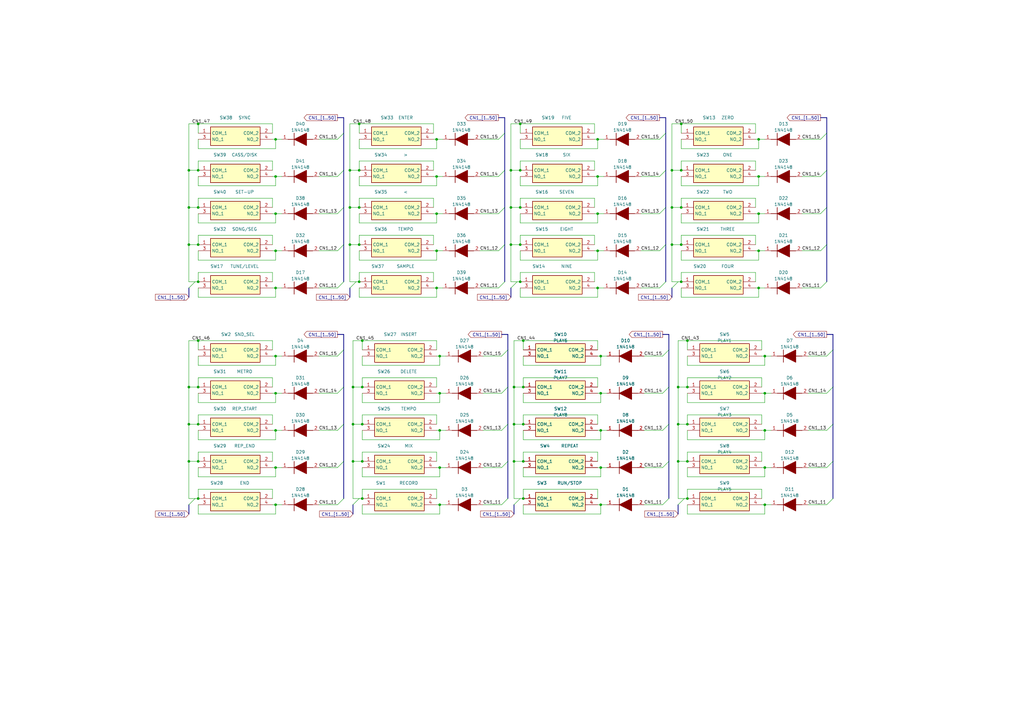
<source format=kicad_sch>
(kicad_sch (version 20230121) (generator eeschema)
  (paper "A3")
  (junction (at 77.47 158.75))
  (junction (at 148.59 173.99))
  (junction (at 81.28 100.33))
  (junction (at 311.15 118.11))
  (junction (at 214.63 204.47))
  (junction (at 180.34 146.05))
  (junction (at 113.03 87.63))
  (junction (at 180.34 191.77))
  (junction (at 210.82 189.23))
  (junction (at 147.32 50.8))
  (junction (at 281.94 173.99))
  (junction (at 275.59 100.33))
  (junction (at 144.78 189.23))
  (junction (at 147.32 69.85))
  (junction (at 214.63 139.7))
  (junction (at 77.47 100.33))
  (junction (at 180.34 176.53))
  (junction (at 179.07 87.63))
  (junction (at 180.34 161.29))
  (junction (at 281.94 204.47))
  (junction (at 113.03 118.11))
  (junction (at 311.15 87.63))
  (junction (at 311.15 72.39))
  (junction (at 279.4 115.57))
  (junction (at 246.38 146.05))
  (junction (at 144.78 173.99))
  (junction (at 81.28 189.23))
  (junction (at 279.4 50.8))
  (junction (at 213.36 100.33))
  (junction (at 179.07 72.39))
  (junction (at 147.32 85.09))
  (junction (at 113.03 57.15))
  (junction (at 278.13 173.99))
  (junction (at 148.59 139.7))
  (junction (at 143.51 100.33))
  (junction (at 77.47 69.85))
  (junction (at 143.51 69.85))
  (junction (at 213.36 115.57))
  (junction (at 113.03 161.29))
  (junction (at 113.03 207.01))
  (junction (at 147.32 115.57))
  (junction (at 246.38 191.77))
  (junction (at 245.11 102.87))
  (junction (at 246.38 176.53))
  (junction (at 313.69 161.29))
  (junction (at 313.69 146.05))
  (junction (at 214.63 173.99))
  (junction (at 179.07 57.15))
  (junction (at 209.55 69.85))
  (junction (at 81.28 158.75))
  (junction (at 311.15 57.15))
  (junction (at 179.07 118.11))
  (junction (at 148.59 204.47))
  (junction (at 77.47 173.99))
  (junction (at 81.28 139.7))
  (junction (at 281.94 139.7))
  (junction (at 147.32 100.33))
  (junction (at 245.11 72.39))
  (junction (at 313.69 207.01))
  (junction (at 148.59 189.23))
  (junction (at 246.38 161.29))
  (junction (at 275.59 85.09))
  (junction (at 279.4 85.09))
  (junction (at 180.34 207.01))
  (junction (at 245.11 118.11))
  (junction (at 81.28 85.09))
  (junction (at 113.03 102.87))
  (junction (at 281.94 158.75))
  (junction (at 245.11 57.15))
  (junction (at 279.4 69.85))
  (junction (at 278.13 158.75))
  (junction (at 246.38 207.01))
  (junction (at 144.78 158.75))
  (junction (at 313.69 191.77))
  (junction (at 143.51 85.09))
  (junction (at 214.63 189.23))
  (junction (at 275.59 69.85))
  (junction (at 113.03 146.05))
  (junction (at 214.63 158.75))
  (junction (at 213.36 69.85))
  (junction (at 81.28 69.85))
  (junction (at 209.55 85.09))
  (junction (at 210.82 158.75))
  (junction (at 213.36 50.8))
  (junction (at 278.13 189.23))
  (junction (at 77.47 189.23))
  (junction (at 81.28 50.8))
  (junction (at 281.94 189.23))
  (junction (at 148.59 158.75))
  (junction (at 209.55 100.33))
  (junction (at 311.15 102.87))
  (junction (at 279.4 100.33))
  (junction (at 113.03 72.39))
  (junction (at 81.28 115.57))
  (junction (at 313.69 176.53))
  (junction (at 81.28 204.47))
  (junction (at 210.82 173.99))
  (junction (at 179.07 102.87))
  (junction (at 81.28 173.99))
  (junction (at 213.36 85.09))
  (junction (at 77.47 85.09))
  (junction (at 113.03 176.53))
  (junction (at 113.03 191.77))
  (junction (at 245.11 87.63))
  (bus_entry (at 270.51 57.15) (size 2.54 -2.54))
  (bus_entry (at 339.09 191.77) (size 2.54 -2.54))
  (bus_entry (at 280.67 204.47) (size -2.54 2.54))
  (bus_entry (at 138.43 57.15) (size 2.54 -2.54))
  (bus_entry (at 138.43 102.87) (size 2.54 -2.54))
  (bus_entry (at 138.43 207.01) (size 2.54 -2.54))
  (bus_entry (at 270.51 72.39) (size 2.54 -2.54))
  (bus_entry (at 336.55 87.63) (size 2.54 -2.54))
  (bus_entry (at 336.55 118.11) (size 2.54 -2.54))
  (bus_entry (at 138.43 191.77) (size 2.54 -2.54))
  (bus_entry (at 138.43 176.53) (size 2.54 -2.54))
  (bus_entry (at 80.01 204.47) (size -2.54 2.54))
  (bus_entry (at 271.78 207.01) (size 2.54 -2.54))
  (bus_entry (at 80.01 115.57) (size -2.54 2.54))
  (bus_entry (at 271.78 146.05) (size 2.54 -2.54))
  (bus_entry (at 138.43 87.63) (size 2.54 -2.54))
  (bus_entry (at 270.51 87.63) (size 2.54 -2.54))
  (bus_entry (at 336.55 72.39) (size 2.54 -2.54))
  (bus_entry (at 138.43 118.11) (size 2.54 -2.54))
  (bus_entry (at 205.74 176.53) (size 2.54 -2.54))
  (bus_entry (at 271.78 161.29) (size 2.54 -2.54))
  (bus_entry (at 212.09 115.57) (size -2.54 2.54))
  (bus_entry (at 271.78 176.53) (size 2.54 -2.54))
  (bus_entry (at 339.09 176.53) (size 2.54 -2.54))
  (bus_entry (at 271.78 191.77) (size 2.54 -2.54))
  (bus_entry (at 205.74 161.29) (size 2.54 -2.54))
  (bus_entry (at 205.74 146.05) (size 2.54 -2.54))
  (bus_entry (at 205.74 207.01) (size 2.54 -2.54))
  (bus_entry (at 138.43 161.29) (size 2.54 -2.54))
  (bus_entry (at 205.74 191.77) (size 2.54 -2.54))
  (bus_entry (at 147.32 204.47) (size -2.54 2.54))
  (bus_entry (at 213.36 204.47) (size -2.54 2.54))
  (bus_entry (at 204.47 118.11) (size 2.54 -2.54))
  (bus_entry (at 138.43 146.05) (size 2.54 -2.54))
  (bus_entry (at 204.47 102.87) (size 2.54 -2.54))
  (bus_entry (at 138.43 72.39) (size 2.54 -2.54))
  (bus_entry (at 204.47 57.15) (size 2.54 -2.54))
  (bus_entry (at 339.09 146.05) (size 2.54 -2.54))
  (bus_entry (at 339.09 207.01) (size 2.54 -2.54))
  (bus_entry (at 336.55 57.15) (size 2.54 -2.54))
  (bus_entry (at 270.51 118.11) (size 2.54 -2.54))
  (bus_entry (at 204.47 72.39) (size 2.54 -2.54))
  (bus_entry (at 336.55 102.87) (size 2.54 -2.54))
  (bus_entry (at 146.05 115.57) (size -2.54 2.54))
  (bus_entry (at 278.13 115.57) (size -2.54 2.54))
  (bus_entry (at 339.09 161.29) (size 2.54 -2.54))
  (bus_entry (at 270.51 102.87) (size 2.54 -2.54))
  (bus_entry (at 204.47 87.63) (size 2.54 -2.54))
  (wire (pts (xy 246.38 176.53) (xy 245.11 176.53)))
  (wire (pts (xy 81.28 200.66) (xy 111.76 200.66)))
  (wire (pts (xy 77.47 173.99) (xy 77.47 189.23)))
  (wire (pts (xy 214.63 207.01) (xy 214.63 210.82)))
  (wire (pts (xy 245.11 72.39) (xy 243.84 72.39)))
  (wire (pts (xy 214.63 173.99) (xy 214.63 170.18)))
  (wire (pts (xy 313.69 195.58) (xy 313.69 191.77)))
  (wire (pts (xy 213.36 106.68) (xy 245.11 106.68)))
  (wire (pts (xy 246.38 210.82) (xy 246.38 207.01)))
  (wire (pts (xy 313.69 180.34) (xy 313.69 176.53)))
  (wire (pts (xy 313.69 207.01) (xy 312.42 207.01)))
  (wire (pts (xy 213.36 81.28) (xy 243.84 81.28)))
  (wire (pts (xy 281.94 185.42) (xy 312.42 185.42)))
  (wire (pts (xy 331.47 207.01) (xy 339.09 207.01)))
  (wire (pts (xy 148.59 191.77) (xy 148.59 195.58)))
  (bus (pts (xy 274.32 189.23) (xy 274.32 204.47)))
  (wire (pts (xy 213.36 96.52) (xy 243.84 96.52)))
  (bus (pts (xy 140.97 173.99) (xy 140.97 189.23)))
  (wire (pts (xy 81.28 76.2) (xy 113.03 76.2)))
  (wire (pts (xy 148.59 210.82) (xy 180.34 210.82)))
  (wire (pts (xy 210.82 189.23) (xy 214.63 189.23)))
  (wire (pts (xy 214.63 146.05) (xy 214.63 149.86)))
  (wire (pts (xy 81.28 143.51) (xy 81.28 139.7)))
  (wire (pts (xy 210.82 139.7) (xy 214.63 139.7)))
  (wire (pts (xy 213.36 69.85) (xy 213.36 66.04)))
  (wire (pts (xy 144.78 189.23) (xy 148.59 189.23)))
  (wire (pts (xy 81.28 115.57) (xy 81.28 111.76)))
  (wire (pts (xy 81.28 139.7) (xy 111.76 139.7)))
  (wire (pts (xy 115.57 191.77) (xy 113.03 191.77)))
  (wire (pts (xy 148.59 170.18) (xy 179.07 170.18)))
  (wire (pts (xy 213.36 57.15) (xy 213.36 60.96)))
  (wire (pts (xy 148.59 173.99) (xy 148.59 170.18)))
  (wire (pts (xy 81.28 91.44) (xy 113.03 91.44)))
  (bus (pts (xy 270.51 48.26) (xy 273.05 48.26)))
  (wire (pts (xy 213.36 85.09) (xy 213.36 81.28)))
  (wire (pts (xy 115.57 161.29) (xy 113.03 161.29)))
  (wire (pts (xy 179.07 106.68) (xy 179.07 102.87)))
  (wire (pts (xy 214.63 139.7) (xy 245.11 139.7)))
  (bus (pts (xy 210.82 210.82) (xy 210.82 207.01)))
  (wire (pts (xy 147.32 81.28) (xy 177.8 81.28)))
  (bus (pts (xy 274.32 137.16) (xy 274.32 143.51)))
  (wire (pts (xy 81.28 111.76) (xy 111.76 111.76)))
  (wire (pts (xy 113.03 191.77) (xy 111.76 191.77)))
  (wire (pts (xy 281.94 207.01) (xy 281.94 210.82)))
  (wire (pts (xy 177.8 111.76) (xy 177.8 115.57)))
  (wire (pts (xy 313.69 146.05) (xy 312.42 146.05)))
  (bus (pts (xy 339.09 48.26) (xy 339.09 54.61)))
  (wire (pts (xy 148.59 146.05) (xy 148.59 149.86)))
  (wire (pts (xy 313.69 165.1) (xy 313.69 161.29)))
  (wire (pts (xy 243.84 111.76) (xy 243.84 115.57)))
  (wire (pts (xy 213.36 111.76) (xy 243.84 111.76)))
  (wire (pts (xy 196.85 118.11) (xy 204.47 118.11)))
  (bus (pts (xy 341.63 189.23) (xy 341.63 204.47)))
  (wire (pts (xy 281.94 165.1) (xy 313.69 165.1)))
  (wire (pts (xy 181.61 102.87) (xy 179.07 102.87)))
  (wire (pts (xy 147.32 87.63) (xy 147.32 91.44)))
  (wire (pts (xy 147.32 111.76) (xy 177.8 111.76)))
  (wire (pts (xy 81.28 100.33) (xy 81.28 96.52)))
  (wire (pts (xy 180.34 146.05) (xy 179.07 146.05)))
  (wire (pts (xy 130.81 102.87) (xy 138.43 102.87)))
  (wire (pts (xy 148.59 143.51) (xy 148.59 139.7)))
  (wire (pts (xy 80.01 204.47) (xy 81.28 204.47)))
  (wire (pts (xy 113.03 195.58) (xy 113.03 191.77)))
  (wire (pts (xy 209.55 50.8) (xy 209.55 69.85)))
  (wire (pts (xy 313.69 210.82) (xy 313.69 207.01)))
  (wire (pts (xy 147.32 66.04) (xy 177.8 66.04)))
  (wire (pts (xy 177.8 66.04) (xy 177.8 69.85)))
  (wire (pts (xy 246.38 195.58) (xy 246.38 191.77)))
  (wire (pts (xy 247.65 102.87) (xy 245.11 102.87)))
  (wire (pts (xy 214.63 180.34) (xy 246.38 180.34)))
  (wire (pts (xy 245.11 154.94) (xy 245.11 158.75)))
  (wire (pts (xy 115.57 146.05) (xy 113.03 146.05)))
  (wire (pts (xy 113.03 180.34) (xy 113.03 176.53)))
  (wire (pts (xy 328.93 87.63) (xy 336.55 87.63)))
  (wire (pts (xy 245.11 87.63) (xy 243.84 87.63)))
  (wire (pts (xy 81.28 195.58) (xy 113.03 195.58)))
  (bus (pts (xy 207.01 85.09) (xy 207.01 100.33)))
  (wire (pts (xy 245.11 102.87) (xy 243.84 102.87)))
  (wire (pts (xy 182.88 176.53) (xy 180.34 176.53)))
  (wire (pts (xy 210.82 173.99) (xy 210.82 189.23)))
  (bus (pts (xy 140.97 100.33) (xy 140.97 115.57)))
  (wire (pts (xy 245.11 118.11) (xy 243.84 118.11)))
  (wire (pts (xy 179.07 102.87) (xy 177.8 102.87)))
  (wire (pts (xy 81.28 50.8) (xy 111.76 50.8)))
  (wire (pts (xy 279.4 50.8) (xy 309.88 50.8)))
  (bus (pts (xy 207.01 54.61) (xy 207.01 69.85)))
  (bus (pts (xy 278.13 210.82) (xy 278.13 207.01)))
  (wire (pts (xy 313.69 161.29) (xy 312.42 161.29)))
  (wire (pts (xy 143.51 85.09) (xy 143.51 100.33)))
  (wire (pts (xy 147.32 60.96) (xy 179.07 60.96)))
  (bus (pts (xy 140.97 48.26) (xy 140.97 54.61)))
  (bus (pts (xy 138.43 48.26) (xy 140.97 48.26)))
  (wire (pts (xy 280.67 204.47) (xy 281.94 204.47)))
  (wire (pts (xy 113.03 57.15) (xy 111.76 57.15)))
  (wire (pts (xy 81.28 173.99) (xy 81.28 170.18)))
  (wire (pts (xy 179.07 154.94) (xy 179.07 158.75)))
  (wire (pts (xy 213.36 76.2) (xy 245.11 76.2)))
  (bus (pts (xy 339.09 54.61) (xy 339.09 69.85)))
  (wire (pts (xy 278.13 158.75) (xy 278.13 173.99)))
  (wire (pts (xy 331.47 161.29) (xy 339.09 161.29)))
  (wire (pts (xy 248.92 207.01) (xy 246.38 207.01)))
  (wire (pts (xy 81.28 170.18) (xy 111.76 170.18)))
  (wire (pts (xy 77.47 100.33) (xy 81.28 100.33)))
  (wire (pts (xy 278.13 139.7) (xy 281.94 139.7)))
  (wire (pts (xy 130.81 57.15) (xy 138.43 57.15)))
  (wire (pts (xy 198.12 161.29) (xy 205.74 161.29)))
  (wire (pts (xy 279.4 54.61) (xy 279.4 50.8)))
  (wire (pts (xy 210.82 189.23) (xy 210.82 204.47)))
  (bus (pts (xy 205.74 137.16) (xy 208.28 137.16)))
  (bus (pts (xy 339.09 69.85) (xy 339.09 85.09)))
  (wire (pts (xy 243.84 81.28) (xy 243.84 85.09)))
  (wire (pts (xy 77.47 189.23) (xy 77.47 204.47)))
  (wire (pts (xy 148.59 195.58) (xy 180.34 195.58)))
  (wire (pts (xy 279.4 102.87) (xy 279.4 106.68)))
  (wire (pts (xy 248.92 146.05) (xy 246.38 146.05)))
  (wire (pts (xy 180.34 165.1) (xy 180.34 161.29)))
  (wire (pts (xy 81.28 185.42) (xy 111.76 185.42)))
  (bus (pts (xy 208.28 158.75) (xy 208.28 173.99)))
  (wire (pts (xy 209.55 50.8) (xy 213.36 50.8)))
  (wire (pts (xy 311.15 106.68) (xy 311.15 102.87)))
  (wire (pts (xy 147.32 91.44) (xy 179.07 91.44)))
  (bus (pts (xy 273.05 54.61) (xy 273.05 69.85)))
  (wire (pts (xy 81.28 85.09) (xy 81.28 81.28)))
  (wire (pts (xy 210.82 173.99) (xy 214.63 173.99)))
  (wire (pts (xy 313.69 87.63) (xy 311.15 87.63)))
  (wire (pts (xy 113.03 149.86) (xy 113.03 146.05)))
  (wire (pts (xy 279.4 60.96) (xy 311.15 60.96)))
  (wire (pts (xy 115.57 57.15) (xy 113.03 57.15)))
  (wire (pts (xy 278.13 189.23) (xy 278.13 204.47)))
  (wire (pts (xy 245.11 200.66) (xy 245.11 204.47)))
  (bus (pts (xy 208.28 189.23) (xy 208.28 204.47)))
  (wire (pts (xy 179.07 139.7) (xy 179.07 143.51)))
  (wire (pts (xy 81.28 72.39) (xy 81.28 76.2)))
  (wire (pts (xy 113.03 72.39) (xy 111.76 72.39)))
  (wire (pts (xy 245.11 106.68) (xy 245.11 102.87)))
  (wire (pts (xy 148.59 180.34) (xy 180.34 180.34)))
  (wire (pts (xy 180.34 195.58) (xy 180.34 191.77)))
  (wire (pts (xy 214.63 161.29) (xy 214.63 165.1)))
  (wire (pts (xy 113.03 146.05) (xy 111.76 146.05)))
  (wire (pts (xy 144.78 139.7) (xy 148.59 139.7)))
  (wire (pts (xy 130.81 207.01) (xy 138.43 207.01)))
  (wire (pts (xy 144.78 189.23) (xy 144.78 204.47)))
  (wire (pts (xy 81.28 118.11) (xy 81.28 121.92)))
  (wire (pts (xy 213.36 118.11) (xy 213.36 121.92)))
  (wire (pts (xy 281.94 210.82) (xy 313.69 210.82)))
  (wire (pts (xy 81.28 54.61) (xy 81.28 50.8)))
  (wire (pts (xy 81.28 60.96) (xy 113.03 60.96)))
  (wire (pts (xy 113.03 91.44) (xy 113.03 87.63)))
  (wire (pts (xy 181.61 87.63) (xy 179.07 87.63)))
  (bus (pts (xy 144.78 210.82) (xy 144.78 207.01)))
  (bus (pts (xy 341.63 137.16) (xy 341.63 143.51)))
  (wire (pts (xy 313.69 191.77) (xy 312.42 191.77)))
  (bus (pts (xy 77.47 210.82) (xy 77.47 207.01)))
  (wire (pts (xy 275.59 100.33) (xy 275.59 115.57)))
  (wire (pts (xy 77.47 158.75) (xy 77.47 173.99)))
  (wire (pts (xy 209.55 69.85) (xy 209.55 85.09)))
  (wire (pts (xy 214.63 204.47) (xy 214.63 200.66)))
  (wire (pts (xy 248.92 161.29) (xy 246.38 161.29)))
  (wire (pts (xy 278.13 139.7) (xy 278.13 158.75)))
  (wire (pts (xy 147.32 69.85) (xy 147.32 66.04)))
  (wire (pts (xy 113.03 118.11) (xy 111.76 118.11)))
  (wire (pts (xy 281.94 180.34) (xy 313.69 180.34)))
  (wire (pts (xy 316.23 161.29) (xy 313.69 161.29)))
  (wire (pts (xy 181.61 57.15) (xy 179.07 57.15)))
  (wire (pts (xy 281.94 170.18) (xy 312.42 170.18)))
  (wire (pts (xy 81.28 121.92) (xy 113.03 121.92)))
  (wire (pts (xy 214.63 185.42) (xy 245.11 185.42)))
  (wire (pts (xy 311.15 72.39) (xy 309.88 72.39)))
  (wire (pts (xy 245.11 76.2) (xy 245.11 72.39)))
  (wire (pts (xy 331.47 176.53) (xy 339.09 176.53)))
  (wire (pts (xy 144.78 158.75) (xy 148.59 158.75)))
  (wire (pts (xy 262.89 102.87) (xy 270.51 102.87)))
  (bus (pts (xy 140.97 137.16) (xy 140.97 143.51)))
  (wire (pts (xy 180.34 161.29) (xy 179.07 161.29)))
  (wire (pts (xy 148.59 161.29) (xy 148.59 165.1)))
  (wire (pts (xy 77.47 173.99) (xy 81.28 173.99)))
  (wire (pts (xy 81.28 149.86) (xy 113.03 149.86)))
  (wire (pts (xy 279.4 57.15) (xy 279.4 60.96)))
  (wire (pts (xy 214.63 189.23) (xy 214.63 185.42)))
  (wire (pts (xy 313.69 118.11) (xy 311.15 118.11)))
  (wire (pts (xy 148.59 139.7) (xy 179.07 139.7)))
  (wire (pts (xy 309.88 96.52) (xy 309.88 100.33)))
  (bus (pts (xy 273.05 100.33) (xy 273.05 115.57)))
  (wire (pts (xy 147.32 54.61) (xy 147.32 50.8)))
  (wire (pts (xy 316.23 191.77) (xy 313.69 191.77)))
  (bus (pts (xy 207.01 48.26) (xy 207.01 54.61)))
  (wire (pts (xy 130.81 72.39) (xy 138.43 72.39)))
  (wire (pts (xy 214.63 210.82) (xy 246.38 210.82)))
  (wire (pts (xy 278.13 158.75) (xy 281.94 158.75)))
  (wire (pts (xy 148.59 176.53) (xy 148.59 180.34)))
  (wire (pts (xy 311.15 121.92) (xy 311.15 118.11)))
  (wire (pts (xy 115.57 176.53) (xy 113.03 176.53)))
  (bus (pts (xy 271.78 137.16) (xy 274.32 137.16)))
  (wire (pts (xy 180.34 207.01) (xy 179.07 207.01)))
  (wire (pts (xy 248.92 191.77) (xy 246.38 191.77)))
  (wire (pts (xy 246.38 146.05) (xy 245.11 146.05)))
  (wire (pts (xy 111.76 170.18) (xy 111.76 173.99)))
  (wire (pts (xy 147.32 50.8) (xy 177.8 50.8)))
  (wire (pts (xy 81.28 176.53) (xy 81.28 180.34)))
  (wire (pts (xy 81.28 69.85) (xy 81.28 66.04)))
  (wire (pts (xy 264.16 176.53) (xy 271.78 176.53)))
  (wire (pts (xy 214.63 143.51) (xy 214.63 139.7)))
  (wire (pts (xy 213.36 102.87) (xy 213.36 106.68)))
  (wire (pts (xy 275.59 85.09) (xy 275.59 100.33)))
  (wire (pts (xy 279.4 96.52) (xy 309.88 96.52)))
  (wire (pts (xy 148.59 207.01) (xy 148.59 210.82)))
  (wire (pts (xy 180.34 191.77) (xy 179.07 191.77)))
  (wire (pts (xy 214.63 191.77) (xy 214.63 195.58)))
  (wire (pts (xy 331.47 191.77) (xy 339.09 191.77)))
  (wire (pts (xy 179.07 185.42) (xy 179.07 189.23)))
  (wire (pts (xy 130.81 118.11) (xy 138.43 118.11)))
  (wire (pts (xy 279.4 106.68) (xy 311.15 106.68)))
  (wire (pts (xy 281.94 200.66) (xy 312.42 200.66)))
  (wire (pts (xy 180.34 176.53) (xy 179.07 176.53)))
  (wire (pts (xy 311.15 57.15) (xy 309.88 57.15)))
  (wire (pts (xy 281.94 143.51) (xy 281.94 139.7)))
  (wire (pts (xy 81.28 207.01) (xy 81.28 210.82)))
  (wire (pts (xy 214.63 170.18) (xy 245.11 170.18)))
  (wire (pts (xy 278.13 173.99) (xy 281.94 173.99)))
  (bus (pts (xy 77.47 121.92) (xy 77.47 118.11)))
  (wire (pts (xy 148.59 158.75) (xy 148.59 154.94)))
  (wire (pts (xy 147.32 100.33) (xy 147.32 96.52)))
  (wire (pts (xy 275.59 50.8) (xy 279.4 50.8)))
  (wire (pts (xy 111.76 154.94) (xy 111.76 158.75)))
  (wire (pts (xy 130.81 191.77) (xy 138.43 191.77)))
  (wire (pts (xy 281.94 139.7) (xy 312.42 139.7)))
  (wire (pts (xy 143.51 69.85) (xy 147.32 69.85)))
  (wire (pts (xy 313.69 102.87) (xy 311.15 102.87)))
  (wire (pts (xy 245.11 57.15) (xy 243.84 57.15)))
  (wire (pts (xy 275.59 50.8) (xy 275.59 69.85)))
  (wire (pts (xy 179.07 60.96) (xy 179.07 57.15)))
  (wire (pts (xy 148.59 185.42) (xy 179.07 185.42)))
  (wire (pts (xy 181.61 118.11) (xy 179.07 118.11)))
  (wire (pts (xy 148.59 200.66) (xy 179.07 200.66)))
  (wire (pts (xy 313.69 176.53) (xy 312.42 176.53)))
  (wire (pts (xy 148.59 149.86) (xy 180.34 149.86)))
  (wire (pts (xy 247.65 57.15) (xy 245.11 57.15)))
  (wire (pts (xy 210.82 139.7) (xy 210.82 158.75)))
  (wire (pts (xy 81.28 180.34) (xy 113.03 180.34)))
  (wire (pts (xy 180.34 149.86) (xy 180.34 146.05)))
  (bus (pts (xy 140.97 143.51) (xy 140.97 158.75)))
  (wire (pts (xy 279.4 72.39) (xy 279.4 76.2)))
  (bus (pts (xy 339.09 137.16) (xy 341.63 137.16)))
  (wire (pts (xy 279.4 69.85) (xy 279.4 66.04)))
  (bus (pts (xy 207.01 69.85) (xy 207.01 85.09)))
  (bus (pts (xy 140.97 189.23) (xy 140.97 204.47)))
  (wire (pts (xy 182.88 207.01) (xy 180.34 207.01)))
  (wire (pts (xy 214.63 176.53) (xy 214.63 180.34)))
  (wire (pts (xy 247.65 87.63) (xy 245.11 87.63)))
  (wire (pts (xy 281.94 161.29) (xy 281.94 165.1)))
  (wire (pts (xy 311.15 118.11) (xy 309.88 118.11)))
  (bus (pts (xy 143.51 121.92) (xy 143.51 118.11)))
  (wire (pts (xy 147.32 115.57) (xy 147.32 111.76)))
  (wire (pts (xy 143.51 85.09) (xy 147.32 85.09)))
  (wire (pts (xy 213.36 72.39) (xy 213.36 76.2)))
  (wire (pts (xy 148.59 189.23) (xy 148.59 185.42)))
  (wire (pts (xy 77.47 139.7) (xy 81.28 139.7)))
  (wire (pts (xy 278.13 173.99) (xy 278.13 189.23)))
  (wire (pts (xy 213.36 204.47) (xy 214.63 204.47)))
  (wire (pts (xy 198.12 146.05) (xy 205.74 146.05)))
  (wire (pts (xy 113.03 210.82) (xy 113.03 207.01)))
  (bus (pts (xy 339.09 100.33) (xy 339.09 115.57)))
  (wire (pts (xy 77.47 85.09) (xy 77.47 100.33)))
  (bus (pts (xy 140.97 158.75) (xy 140.97 173.99)))
  (wire (pts (xy 264.16 146.05) (xy 271.78 146.05)))
  (wire (pts (xy 214.63 149.86) (xy 246.38 149.86)))
  (wire (pts (xy 243.84 50.8) (xy 243.84 54.61)))
  (wire (pts (xy 143.51 115.57) (xy 146.05 115.57)))
  (wire (pts (xy 279.4 121.92) (xy 311.15 121.92)))
  (wire (pts (xy 113.03 176.53) (xy 111.76 176.53)))
  (wire (pts (xy 179.07 87.63) (xy 177.8 87.63)))
  (wire (pts (xy 115.57 118.11) (xy 113.03 118.11)))
  (wire (pts (xy 281.94 149.86) (xy 313.69 149.86)))
  (wire (pts (xy 279.4 111.76) (xy 309.88 111.76)))
  (wire (pts (xy 312.42 154.94) (xy 312.42 158.75)))
  (wire (pts (xy 279.4 118.11) (xy 279.4 121.92)))
  (wire (pts (xy 179.07 57.15) (xy 177.8 57.15)))
  (wire (pts (xy 245.11 121.92) (xy 245.11 118.11)))
  (wire (pts (xy 143.51 69.85) (xy 143.51 85.09)))
  (wire (pts (xy 279.4 115.57) (xy 279.4 111.76)))
  (wire (pts (xy 279.4 85.09) (xy 279.4 81.28)))
  (wire (pts (xy 179.07 121.92) (xy 179.07 118.11)))
  (wire (pts (xy 210.82 158.75) (xy 214.63 158.75)))
  (wire (pts (xy 81.28 66.04) (xy 111.76 66.04)))
  (wire (pts (xy 115.57 87.63) (xy 113.03 87.63)))
  (wire (pts (xy 77.47 100.33) (xy 77.47 115.57)))
  (wire (pts (xy 77.47 50.8) (xy 77.47 69.85)))
  (wire (pts (xy 245.11 139.7) (xy 245.11 143.51)))
  (wire (pts (xy 77.47 115.57) (xy 80.01 115.57)))
  (bus (pts (xy 140.97 54.61) (xy 140.97 69.85)))
  (wire (pts (xy 275.59 69.85) (xy 275.59 85.09)))
  (wire (pts (xy 77.47 204.47) (xy 80.01 204.47)))
  (wire (pts (xy 81.28 102.87) (xy 81.28 106.68)))
  (wire (pts (xy 309.88 50.8) (xy 309.88 54.61)))
  (wire (pts (xy 80.01 115.57) (xy 81.28 115.57)))
  (wire (pts (xy 81.28 204.47) (xy 81.28 200.66)))
  (wire (pts (xy 113.03 102.87) (xy 111.76 102.87)))
  (wire (pts (xy 245.11 91.44) (xy 245.11 87.63)))
  (wire (pts (xy 309.88 81.28) (xy 309.88 85.09)))
  (wire (pts (xy 312.42 200.66) (xy 312.42 204.47)))
  (wire (pts (xy 246.38 180.34) (xy 246.38 176.53)))
  (wire (pts (xy 213.36 60.96) (xy 245.11 60.96)))
  (wire (pts (xy 279.4 81.28) (xy 309.88 81.28)))
  (wire (pts (xy 213.36 66.04) (xy 243.84 66.04)))
  (wire (pts (xy 245.11 170.18) (xy 245.11 173.99)))
  (wire (pts (xy 281.94 154.94) (xy 312.42 154.94)))
  (wire (pts (xy 311.15 91.44) (xy 311.15 87.63)))
  (wire (pts (xy 81.28 106.68) (xy 113.03 106.68)))
  (wire (pts (xy 130.81 146.05) (xy 138.43 146.05)))
  (wire (pts (xy 262.89 87.63) (xy 270.51 87.63)))
  (wire (pts (xy 179.07 72.39) (xy 177.8 72.39)))
  (wire (pts (xy 262.89 57.15) (xy 270.51 57.15)))
  (wire (pts (xy 113.03 76.2) (xy 113.03 72.39)))
  (wire (pts (xy 281.94 191.77) (xy 281.94 195.58)))
  (wire (pts (xy 281.94 204.47) (xy 281.94 200.66)))
  (wire (pts (xy 246.38 165.1) (xy 246.38 161.29)))
  (wire (pts (xy 179.07 118.11) (xy 177.8 118.11)))
  (wire (pts (xy 262.89 72.39) (xy 270.51 72.39)))
  (wire (pts (xy 214.63 158.75) (xy 214.63 154.94)))
  (bus (pts (xy 204.47 48.26) (xy 207.01 48.26)))
  (wire (pts (xy 147.32 102.87) (xy 147.32 106.68)))
  (wire (pts (xy 147.32 85.09) (xy 147.32 81.28)))
  (wire (pts (xy 264.16 161.29) (xy 271.78 161.29)))
  (wire (pts (xy 279.4 100.33) (xy 279.4 96.52)))
  (wire (pts (xy 196.85 87.63) (xy 204.47 87.63)))
  (bus (pts (xy 273.05 85.09) (xy 273.05 100.33)))
  (wire (pts (xy 130.81 161.29) (xy 138.43 161.29)))
  (wire (pts (xy 81.28 158.75) (xy 81.28 154.94)))
  (wire (pts (xy 281.94 176.53) (xy 281.94 180.34)))
  (wire (pts (xy 130.81 87.63) (xy 138.43 87.63)))
  (wire (pts (xy 179.07 76.2) (xy 179.07 72.39)))
  (wire (pts (xy 147.32 76.2) (xy 179.07 76.2)))
  (wire (pts (xy 143.51 100.33) (xy 143.51 115.57)))
  (wire (pts (xy 113.03 121.92) (xy 113.03 118.11)))
  (wire (pts (xy 246.38 207.01) (xy 245.11 207.01)))
  (bus (pts (xy 208.28 143.51) (xy 208.28 158.75)))
  (wire (pts (xy 177.8 50.8) (xy 177.8 54.61)))
  (wire (pts (xy 209.55 85.09) (xy 213.36 85.09)))
  (wire (pts (xy 213.36 100.33) (xy 213.36 96.52)))
  (wire (pts (xy 328.93 118.11) (xy 336.55 118.11)))
  (wire (pts (xy 81.28 96.52) (xy 111.76 96.52)))
  (wire (pts (xy 214.63 195.58) (xy 246.38 195.58)))
  (wire (pts (xy 111.76 96.52) (xy 111.76 100.33)))
  (wire (pts (xy 111.76 50.8) (xy 111.76 54.61)))
  (wire (pts (xy 182.88 146.05) (xy 180.34 146.05)))
  (wire (pts (xy 130.81 176.53) (xy 138.43 176.53)))
  (wire (pts (xy 147.32 204.47) (xy 148.59 204.47)))
  (wire (pts (xy 247.65 72.39) (xy 245.11 72.39)))
  (wire (pts (xy 264.16 207.01) (xy 271.78 207.01)))
  (wire (pts (xy 111.76 111.76) (xy 111.76 115.57)))
  (wire (pts (xy 243.84 96.52) (xy 243.84 100.33)))
  (wire (pts (xy 209.55 115.57) (xy 212.09 115.57)))
  (wire (pts (xy 281.94 173.99) (xy 281.94 170.18)))
  (wire (pts (xy 245.11 60.96) (xy 245.11 57.15)))
  (bus (pts (xy 275.59 121.92) (xy 275.59 118.11)))
  (wire (pts (xy 81.28 161.29) (xy 81.28 165.1)))
  (wire (pts (xy 147.32 96.52) (xy 177.8 96.52)))
  (wire (pts (xy 144.78 139.7) (xy 144.78 158.75)))
  (wire (pts (xy 144.78 204.47) (xy 147.32 204.47)))
  (wire (pts (xy 275.59 69.85) (xy 279.4 69.85)))
  (wire (pts (xy 279.4 91.44) (xy 311.15 91.44)))
  (wire (pts (xy 77.47 189.23) (xy 81.28 189.23)))
  (wire (pts (xy 328.93 102.87) (xy 336.55 102.87)))
  (wire (pts (xy 198.12 176.53) (xy 205.74 176.53)))
  (wire (pts (xy 311.15 60.96) (xy 311.15 57.15)))
  (wire (pts (xy 115.57 207.01) (xy 113.03 207.01)))
  (wire (pts (xy 312.42 139.7) (xy 312.42 143.51)))
  (wire (pts (xy 182.88 161.29) (xy 180.34 161.29)))
  (wire (pts (xy 113.03 60.96) (xy 113.03 57.15)))
  (wire (pts (xy 179.07 200.66) (xy 179.07 204.47)))
  (wire (pts (xy 198.12 191.77) (xy 205.74 191.77)))
  (wire (pts (xy 147.32 57.15) (xy 147.32 60.96)))
  (wire (pts (xy 147.32 106.68) (xy 179.07 106.68)))
  (wire (pts (xy 210.82 204.47) (xy 213.36 204.47)))
  (wire (pts (xy 115.57 102.87) (xy 113.03 102.87)))
  (wire (pts (xy 309.88 111.76) (xy 309.88 115.57)))
  (wire (pts (xy 328.93 57.15) (xy 336.55 57.15)))
  (wire (pts (xy 213.36 121.92) (xy 245.11 121.92)))
  (wire (pts (xy 210.82 158.75) (xy 210.82 173.99)))
  (wire (pts (xy 246.38 149.86) (xy 246.38 146.05)))
  (wire (pts (xy 213.36 50.8) (xy 243.84 50.8)))
  (bus (pts (xy 341.63 158.75) (xy 341.63 173.99)))
  (wire (pts (xy 246.38 161.29) (xy 245.11 161.29)))
  (wire (pts (xy 81.28 81.28) (xy 111.76 81.28)))
  (wire (pts (xy 281.94 195.58) (xy 313.69 195.58)))
  (wire (pts (xy 143.51 100.33) (xy 147.32 100.33)))
  (wire (pts (xy 181.61 72.39) (xy 179.07 72.39)))
  (wire (pts (xy 209.55 100.33) (xy 213.36 100.33)))
  (bus (pts (xy 208.28 173.99) (xy 208.28 189.23)))
  (bus (pts (xy 341.63 143.51) (xy 341.63 158.75)))
  (wire (pts (xy 278.13 204.47) (xy 280.67 204.47)))
  (wire (pts (xy 111.76 81.28) (xy 111.76 85.09)))
  (wire (pts (xy 146.05 115.57) (xy 147.32 115.57)))
  (wire (pts (xy 275.59 100.33) (xy 279.4 100.33)))
  (wire (pts (xy 209.55 100.33) (xy 209.55 115.57)))
  (wire (pts (xy 81.28 189.23) (xy 81.28 185.42)))
  (bus (pts (xy 138.43 137.16) (xy 140.97 137.16)))
  (wire (pts (xy 209.55 69.85) (xy 213.36 69.85)))
  (wire (pts (xy 81.28 154.94) (xy 111.76 154.94)))
  (wire (pts (xy 77.47 69.85) (xy 81.28 69.85)))
  (wire (pts (xy 147.32 72.39) (xy 147.32 76.2)))
  (bus (pts (xy 339.09 85.09) (xy 339.09 100.33)))
  (wire (pts (xy 113.03 106.68) (xy 113.03 102.87)))
  (wire (pts (xy 180.34 210.82) (xy 180.34 207.01)))
  (wire (pts (xy 81.28 146.05) (xy 81.28 149.86)))
  (wire (pts (xy 243.84 66.04) (xy 243.84 69.85)))
  (wire (pts (xy 77.47 50.8) (xy 81.28 50.8)))
  (wire (pts (xy 182.88 191.77) (xy 180.34 191.77)))
  (wire (pts (xy 77.47 85.09) (xy 81.28 85.09)))
  (wire (pts (xy 248.92 176.53) (xy 246.38 176.53)))
  (wire (pts (xy 245.11 185.42) (xy 245.11 189.23)))
  (wire (pts (xy 177.8 96.52) (xy 177.8 100.33)))
  (wire (pts (xy 281.94 146.05) (xy 281.94 149.86)))
  (wire (pts (xy 213.36 87.63) (xy 213.36 91.44)))
  (wire (pts (xy 316.23 146.05) (xy 313.69 146.05)))
  (bus (pts (xy 274.32 158.75) (xy 274.32 173.99)))
  (wire (pts (xy 209.55 85.09) (xy 209.55 100.33)))
  (wire (pts (xy 196.85 102.87) (xy 204.47 102.87)))
  (wire (pts (xy 275.59 115.57) (xy 278.13 115.57)))
  (bus (pts (xy 140.97 69.85) (xy 140.97 85.09)))
  (wire (pts (xy 144.78 158.75) (xy 144.78 173.99)))
  (wire (pts (xy 81.28 87.63) (xy 81.28 91.44)))
  (wire (pts (xy 279.4 66.04) (xy 309.88 66.04)))
  (wire (pts (xy 115.57 72.39) (xy 113.03 72.39)))
  (wire (pts (xy 264.16 191.77) (xy 271.78 191.77)))
  (bus (pts (xy 140.97 85.09) (xy 140.97 100.33)))
  (wire (pts (xy 309.88 66.04) (xy 309.88 69.85)))
  (bus (pts (xy 273.05 69.85) (xy 273.05 85.09)))
  (wire (pts (xy 147.32 121.92) (xy 179.07 121.92)))
  (wire (pts (xy 213.36 91.44) (xy 245.11 91.44)))
  (wire (pts (xy 313.69 149.86) (xy 313.69 146.05)))
  (wire (pts (xy 111.76 200.66) (xy 111.76 204.47)))
  (wire (pts (xy 77.47 158.75) (xy 81.28 158.75)))
  (wire (pts (xy 275.59 85.09) (xy 279.4 85.09)))
  (wire (pts (xy 278.13 189.23) (xy 281.94 189.23)))
  (wire (pts (xy 143.51 50.8) (xy 143.51 69.85)))
  (wire (pts (xy 81.28 210.82) (xy 113.03 210.82)))
  (wire (pts (xy 312.42 185.42) (xy 312.42 189.23)))
  (wire (pts (xy 196.85 57.15) (xy 204.47 57.15)))
  (wire (pts (xy 179.07 170.18) (xy 179.07 173.99)))
  (wire (pts (xy 144.78 173.99) (xy 144.78 189.23)))
  (wire (pts (xy 213.36 115.57) (xy 213.36 111.76)))
  (wire (pts (xy 214.63 154.94) (xy 245.11 154.94)))
  (wire (pts (xy 196.85 72.39) (xy 204.47 72.39)))
  (wire (pts (xy 311.15 102.87) (xy 309.88 102.87)))
  (wire (pts (xy 180.34 180.34) (xy 180.34 176.53)))
  (wire (pts (xy 316.23 176.53) (xy 313.69 176.53)))
  (wire (pts (xy 179.07 91.44) (xy 179.07 87.63)))
  (wire (pts (xy 311.15 76.2) (xy 311.15 72.39)))
  (wire (pts (xy 246.38 191.77) (xy 245.11 191.77)))
  (wire (pts (xy 214.63 200.66) (xy 245.11 200.66)))
  (wire (pts (xy 281.94 158.75) (xy 281.94 154.94)))
  (wire (pts (xy 313.69 57.15) (xy 311.15 57.15)))
  (wire (pts (xy 81.28 191.77) (xy 81.28 195.58)))
  (wire (pts (xy 278.13 115.57) (xy 279.4 115.57)))
  (wire (pts (xy 331.47 146.05) (xy 339.09 146.05)))
  (wire (pts (xy 279.4 76.2) (xy 311.15 76.2)))
  (wire (pts (xy 148.59 154.94) (xy 179.07 154.94)))
  (wire (pts (xy 113.03 165.1) (xy 113.03 161.29)))
  (wire (pts (xy 316.23 207.01) (xy 313.69 207.01)))
  (wire (pts (xy 213.36 54.61) (xy 213.36 50.8)))
  (wire (pts (xy 198.12 207.01) (xy 205.74 207.01)))
  (wire (pts (xy 77.47 139.7) (xy 77.47 158.75)))
  (bus (pts (xy 273.05 48.26) (xy 273.05 54.61)))
  (wire (pts (xy 212.09 115.57) (xy 213.36 115.57)))
  (wire (pts (xy 111.76 185.42) (xy 111.76 189.23)))
  (wire (pts (xy 113.03 87.63) (xy 111.76 87.63)))
  (wire (pts (xy 311.15 87.63) (xy 309.88 87.63)))
  (bus (pts (xy 274.32 143.51) (xy 274.32 158.75)))
  (wire (pts (xy 144.78 173.99) (xy 148.59 173.99)))
  (wire (pts (xy 113.03 207.01) (xy 111.76 207.01)))
  (wire (pts (xy 214.63 165.1) (xy 246.38 165.1)))
  (wire (pts (xy 313.69 72.39) (xy 311.15 72.39)))
  (bus (pts (xy 336.55 48.26) (xy 339.09 48.26)))
  (wire (pts (xy 148.59 165.1) (xy 180.34 165.1)))
  (bus (pts (xy 209.55 121.92) (xy 209.55 118.11)))
  (wire (pts (xy 77.47 69.85) (xy 77.47 85.09)))
  (wire (pts (xy 247.65 118.11) (xy 245.11 118.11)))
  (bus (pts (xy 207.01 100.33) (xy 207.01 115.57)))
  (wire (pts (xy 281.94 189.23) (xy 281.94 185.42)))
  (bus (pts (xy 341.63 173.99) (xy 341.63 189.23)))
  (wire (pts (xy 262.89 118.11) (xy 270.51 118.11)))
  (wire (pts (xy 111.76 139.7) (xy 111.76 143.51)))
  (wire (pts (xy 81.28 57.15) (xy 81.28 60.96)))
  (wire (pts (xy 279.4 87.63) (xy 279.4 91.44)))
  (wire (pts (xy 147.32 118.11) (xy 147.32 121.92)))
  (wire (pts (xy 81.28 165.1) (xy 113.03 165.1)))
  (wire (pts (xy 143.51 50.8) (xy 147.32 50.8)))
  (bus (pts (xy 208.28 137.16) (xy 208.28 143.51)))
  (wire (pts (xy 113.03 161.29) (xy 111.76 161.29)))
  (wire (pts (xy 312.42 170.18) (xy 312.42 173.99)))
  (wire (pts (xy 111.76 66.04) (xy 111.76 69.85)))
  (wire (pts (xy 148.59 204.47) (xy 148.59 200.66)))
  (wire (pts (xy 328.93 72.39) (xy 336.55 72.39)))
  (bus (pts (xy 274.32 173.99) (xy 274.32 189.23)))
  (wire (pts (xy 177.8 81.28) (xy 177.8 85.09)))
  (label "CN1_14" (at 198.12 161.29 0))
  (label "CN1_13" (at 331.47 176.53 0))
  (label "CN1_15" (at 130.81 146.05 0))
  (label "CN1_12" (at 196.85 102.87 0))
  (label "CN1_12" (at 262.89 102.87 0))
  (label "CN1_13" (at 328.93 87.63 0))
  (label "CN1_14" (at 328.93 72.39 0))
  (label "CN1_14" (at 262.89 72.39 0))
  (label "CN1_12" (at 264.16 191.77 0))
  (label "CN1_14" (at 331.47 161.29 0))
  (label "CN1_14" (at 130.81 72.39 0))
  (label "CN1_48" (at 144.78 50.8 0))
  (label "CN1_15" (at 196.85 57.15 0))
  (label "CN1_13" (at 196.85 87.63 0))
  (label "CN1_14" (at 196.85 72.39 0))
  (label "CN1_50" (at 276.86 50.8 0))
  (label "CN1_15" (at 331.47 146.05 0))
  (label "CN1_43" (at 279.4 139.7 0))
  (label "CN1_13" (at 264.16 176.53 0))
  (label "CN1_11" (at 262.89 118.11 0))
  (label "CN1_13" (at 198.12 176.53 0))
  (label "CN1_12" (at 130.81 191.77 0))
  (label "CN1_13" (at 262.89 87.63 0))
  (label "CN1_13" (at 130.81 176.53 0))
  (label "CN1_11" (at 264.16 207.01 0))
  (label "CN1_11" (at 196.85 118.11 0))
  (label "CN1_44" (at 212.09 139.7 0))
  (label "CN1_11" (at 331.47 207.01 0))
  (label "CN1_15" (at 130.81 57.15 0))
  (label "CN1_13" (at 130.81 87.63 0))
  (label "CN1_15" (at 264.16 146.05 0))
  (label "CN1_11" (at 130.81 207.01 0))
  (label "CN1_15" (at 328.93 57.15 0))
  (label "CN1_15" (at 262.89 57.15 0))
  (label "CN1_12" (at 130.81 102.87 0))
  (label "CN1_49" (at 210.82 50.8 0))
  (label "CN1_12" (at 198.12 191.77 0))
  (label "CN1_47" (at 78.74 50.8 0))
  (label "CN1_45" (at 146.05 139.7 0))
  (label "CN1_14" (at 264.16 161.29 0))
  (label "CN1_11" (at 198.12 207.01 0))
  (label "CN1_14" (at 130.81 161.29 0))
  (label "CN1_11" (at 130.81 118.11 0))
  (label "CN1_12" (at 331.47 191.77 0))
  (label "CN1_46" (at 78.74 139.7 0))
  (label "CN1_15" (at 198.12 146.05 0))
  (label "CN1_12" (at 328.93 102.87 0))
  (label "CN1_11" (at 328.93 118.11 0))
  (global_label "CN1_[1..50]" (shape output) (at 339.09 137.16 180) (property "Intersheetrefs" "${INTERSHEET_REFS}" (effects hide)))
  (global_label "CN1_[1..50]" (shape input) (at 275.59 121.92 180) (property "Intersheetrefs" "${INTERSHEET_REFS}" (effects hide)))
  (global_label "CN1_[1..50]" (shape input) (at 77.47 210.82 180) (property "Intersheetrefs" "${INTERSHEET_REFS}" (effects hide)))
  (global_label "CN1_[1..50]" (shape output) (at 138.43 48.26 180) (property "Intersheetrefs" "${INTERSHEET_REFS}" (effects hide)))
  (global_label "CN1_[1..50]" (shape output) (at 336.55 48.26 180) (property "Intersheetrefs" "${INTERSHEET_REFS}" (effects hide)))
  (global_label "CN1_[1..50]" (shape output) (at 270.51 48.26 180) (property "Intersheetrefs" "${INTERSHEET_REFS}" (effects hide)))
  (global_label "CN1_[1..50]" (shape output) (at 204.47 48.26 180) (property "Intersheetrefs" "${INTERSHEET_REFS}" (effects hide)))
  (global_label "CN1_[1..50]" (shape output) (at 138.43 137.16 180) (property "Intersheetrefs" "${INTERSHEET_REFS}" (effects hide)))
  (global_label "CN1_[1..50]" (shape output) (at 271.78 137.16 180) (property "Intersheetrefs" "${INTERSHEET_REFS}" (effects hide)))
  (global_label "CN1_[1..50]" (shape input) (at 144.78 210.82 180) (property "Intersheetrefs" "${INTERSHEET_REFS}" (effects hide)))
  (global_label "CN1_[1..50]" (shape output) (at 205.74 137.16 180) (property "Intersheetrefs" "${INTERSHEET_REFS}" (effects hide)))
  (global_label "CN1_[1..50]" (shape input) (at 278.13 210.82 180) (property "Intersheetrefs" "${INTERSHEET_REFS}" (effects hide)))
  (global_label "CN1_[1..50]" (shape input) (at 77.47 121.92 180) (property "Intersheetrefs" "${INTERSHEET_REFS}" (effects hide)))
  (global_label "CN1_[1..50]" (shape input) (at 143.51 121.92 180) (property "Intersheetrefs" "${INTERSHEET_REFS}" (effects hide)))
  (global_label "CN1_[1..50]" (shape input) (at 210.82 210.82 180) (property "Intersheetrefs" "${INTERSHEET_REFS}" (effects hide)))
  (global_label "CN1_[1..50]" (shape input) (at 209.55 121.92 180) (property "Intersheetrefs" "${INTERSHEET_REFS}" (effects hide)))
  (symbol (lib_id "SamacSys_Parts:DTS-63N-V") (at 213.36 69.85 0) (unit 1)
    (property "Reference" "SW18" (at 222.25 63.5 0))
    (property "Value" "SIX" (at 232.41 63.5 0))
    (property "Footprint" "SamacSys_Parts:DTS63NV" (effects hide))
    (property "Datasheet" "https://www.mouser.in/datasheet/2/910/466_DTSG-6-1571565.pdf" (effects hide))
    (property "Height" "7" (effects hide))
    (property "Manufacturer_Name" "Diptronics" (effects hide))
    (property "Manufacturer_Part_Number" "DTS-63N-V" (effects hide))
    (property "Mouser Part Number" "113-DTS-63N-V" (effects hide))
    (property "Mouser Price/Stock" "https://www.mouser.co.uk/ProductDetail/Diptronics/DTS-63N-V?qs=gTYE2QTfZfThxtJn%252Bv%252BG2g%3D%3D" (effects hide))
  )
  (symbol (lib_id "SamacSys_Parts:TVGP01-G73BB") (at 214.63 173.99 0) (unit 1)
    (property "Reference" "SW12" (at 229.87 167.64 0))
    (property "Value" "PLAY8" (at 229.87 170.18 0))
    (property "Footprint" "SamacSys_Parts:DTS63NV" (effects hide))
    (property "Datasheet" "http://akizukidenshi.com/download/ds/jianfu/TVGP01-G73BB.pdf" (effects hide))
    (property "Height" "7.6" (effects hide))
    (property "Manufacturer_Name" "Zhejiang Jianfu Electronics Co., Ltd" (effects hide))
    (property "Manufacturer_Part_Number" "TVGP01-G73BB" (effects hide))
  )
  (symbol (lib_id "SamacSys_Parts:DTS-63N-V") (at 81.28 100.33 0) (unit 1)
    (property "Reference" "SW32" (at 90.17 93.98 0))
    (property "Value" "SONG/SEG" (at 100.33 93.98 0))
    (property "Footprint" "SamacSys_Parts:DTS63NV" (effects hide))
    (property "Datasheet" "https://www.mouser.in/datasheet/2/910/466_DTSG-6-1571565.pdf" (effects hide))
    (property "Height" "7" (effects hide))
    (property "Manufacturer_Name" "Diptronics" (effects hide))
    (property "Manufacturer_Part_Number" "DTS-63N-V" (effects hide))
    (property "Mouser Part Number" "113-DTS-63N-V" (effects hide))
    (property "Mouser Price/Stock" "https://www.mouser.co.uk/ProductDetail/Diptronics/DTS-63N-V?qs=gTYE2QTfZfThxtJn%252Bv%252BG2g%3D%3D" (effects hide))
  )
  (symbol (lib_id "SamacSys_Parts:1N4148") (at 313.69 87.63 0) (unit 1)
    (property "Reference" "D22" (at 321.31 81.28 0))
    (property "Value" "1N4148" (at 321.31 83.82 0))
    (property "Footprint" "SamacSys_Parts:DIOAD1068W53L380D172" (effects hide))
    (property "Manufacturer_Name" "onsemi" (effects hide))
    (property "Manufacturer_Part_Number" "1N4148" (effects hide))
    (property "Mouser Part Number" "512-1N4148" (effects hide))
    (property "Mouser Price/Stock" "https://www.mouser.co.uk/ProductDetail/onsemi-Fairchild/1N4148?qs=i4Fj9T%2FoRm8RMUhj5DeFQg%3D%3D" (effects hide))
    (property "Arrow Part Number" "1N4148" (effects hide))
    (property "Arrow Price/Stock" "https://www.arrow.com/en/products/1n4148/on-semiconductor?region=europe" (effects hide))
  )
  (symbol (lib_id "SamacSys_Parts:1N4148") (at 247.65 87.63 0) (unit 1)
    (property "Reference" "D16" (at 255.27 81.28 0))
    (property "Value" "1N4148" (at 255.27 83.82 0))
    (property "Footprint" "SamacSys_Parts:DIOAD1068W53L380D172" (effects hide))
    (property "Manufacturer_Name" "onsemi" (effects hide))
    (property "Manufacturer_Part_Number" "1N4148" (effects hide))
    (property "Mouser Part Number" "512-1N4148" (effects hide))
    (property "Mouser Price/Stock" "https://www.mouser.co.uk/ProductDetail/onsemi-Fairchild/1N4148?qs=i4Fj9T%2FoRm8RMUhj5DeFQg%3D%3D" (effects hide))
    (property "Arrow Part Number" "1N4148" (effects hide))
    (property "Arrow Price/Stock" "https://www.arrow.com/en/products/1n4148/on-semiconductor?region=europe" (effects hide))
  )
  (symbol (lib_id "SamacSys_Parts:1N4148") (at 316.23 161.29 0) (unit 1)
    (property "Reference" "D6" (at 323.85 154.94 0))
    (property "Value" "1N4148" (at 323.85 157.48 0))
    (property "Footprint" "SamacSys_Parts:DIOAD1068W53L380D172" (effects hide))
    (property "Manufacturer_Name" "onsemi" (effects hide))
    (property "Manufacturer_Part_Number" "1N4148" (effects hide))
    (property "Mouser Part Number" "512-1N4148" (effects hide))
    (property "Mouser Price/Stock" "https://www.mouser.co.uk/ProductDetail/onsemi-Fairchild/1N4148?qs=i4Fj9T%2FoRm8RMUhj5DeFQg%3D%3D" (effects hide))
    (property "Arrow Part Number" "1N4148" (effects hide))
    (property "Arrow Price/Stock" "https://www.arrow.com/en/products/1n4148/on-semiconductor?region=europe" (effects hide))
  )
  (symbol (lib_id "SamacSys_Parts:DTS-63N-V") (at 81.28 115.57 0) (unit 1)
    (property "Reference" "SW17" (at 88.9 109.22 0))
    (property "Value" "TUNE/LEVEL" (at 100.33 109.22 0))
    (property "Footprint" "SamacSys_Parts:DTS63NV" (effects hide))
    (property "Datasheet" "https://www.mouser.in/datasheet/2/910/466_DTSG-6-1571565.pdf" (effects hide))
    (property "Height" "7" (effects hide))
    (property "Manufacturer_Name" "Diptronics" (effects hide))
    (property "Manufacturer_Part_Number" "DTS-63N-V" (effects hide))
    (property "Mouser Part Number" "113-DTS-63N-V" (effects hide))
    (property "Mouser Price/Stock" "https://www.mouser.co.uk/ProductDetail/Diptronics/DTS-63N-V?qs=gTYE2QTfZfThxtJn%252Bv%252BG2g%3D%3D" (effects hide))
  )
  (symbol (lib_id "SamacSys_Parts:1N4148") (at 316.23 176.53 0) (unit 1)
    (property "Reference" "D5" (at 323.85 170.18 0))
    (property "Value" "1N4148" (at 323.85 172.72 0))
    (property "Footprint" "SamacSys_Parts:DIOAD1068W53L380D172" (effects hide))
    (property "Manufacturer_Name" "onsemi" (effects hide))
    (property "Manufacturer_Part_Number" "1N4148" (effects hide))
    (property "Mouser Part Number" "512-1N4148" (effects hide))
    (property "Mouser Price/Stock" "https://www.mouser.co.uk/ProductDetail/onsemi-Fairchild/1N4148?qs=i4Fj9T%2FoRm8RMUhj5DeFQg%3D%3D" (effects hide))
    (property "Arrow Part Number" "1N4148" (effects hide))
    (property "Arrow Price/Stock" "https://www.arrow.com/en/products/1n4148/on-semiconductor?region=europe" (effects hide))
  )
  (symbol (lib_id "SamacSys_Parts:1N4148") (at 115.57 118.11 0) (unit 1)
    (property "Reference" "D17" (at 123.19 111.76 0))
    (property "Value" "1N4148" (at 123.19 114.3 0))
    (property "Footprint" "SamacSys_Parts:DIOAD1068W53L380D172" (effects hide))
    (property "Manufacturer_Name" "onsemi" (effects hide))
    (property "Manufacturer_Part_Number" "1N4148" (effects hide))
    (property "Mouser Part Number" "512-1N4148" (effects hide))
    (property "Mouser Price/Stock" "https://www.mouser.co.uk/ProductDetail/onsemi-Fairchild/1N4148?qs=i4Fj9T%2FoRm8RMUhj5DeFQg%3D%3D" (effects hide))
    (property "Arrow Part Number" "1N4148" (effects hide))
    (property "Arrow Price/Stock" "https://www.arrow.com/en/products/1n4148/on-semiconductor?region=europe" (effects hide))
  )
  (symbol (lib_id "SamacSys_Parts:TVGP01-G73BB") (at 281.94 189.23 0) (unit 1)
    (property "Reference" "SW8" (at 297.18 182.88 0))
    (property "Value" "PLAY4" (at 297.18 185.42 0))
    (property "Footprint" "SamacSys_Parts:DTS63NV" (effects hide))
    (property "Datasheet" "http://akizukidenshi.com/download/ds/jianfu/TVGP01-G73BB.pdf" (effects hide))
    (property "Height" "7.6" (effects hide))
    (property "Manufacturer_Name" "Zhejiang Jianfu Electronics Co., Ltd" (effects hide))
    (property "Manufacturer_Part_Number" "TVGP01-G73BB" (effects hide))
  )
  (symbol (lib_id "SamacSys_Parts:DTS-63N-V") (at 279.4 115.57 0) (unit 1)
    (property "Reference" "SW20" (at 287.02 109.22 0))
    (property "Value" "FOUR" (at 298.45 109.22 0))
    (property "Footprint" "SamacSys_Parts:DTS63NV" (effects hide))
    (property "Datasheet" "https://www.mouser.in/datasheet/2/910/466_DTSG-6-1571565.pdf" (effects hide))
    (property "Height" "7" (effects hide))
    (property "Manufacturer_Name" "Diptronics" (effects hide))
    (property "Manufacturer_Part_Number" "DTS-63N-V" (effects hide))
    (property "Mouser Part Number" "113-DTS-63N-V" (effects hide))
    (property "Mouser Price/Stock" "https://www.mouser.co.uk/ProductDetail/Diptronics/DTS-63N-V?qs=gTYE2QTfZfThxtJn%252Bv%252BG2g%3D%3D" (effects hide))
  )
  (symbol (lib_id "SamacSys_Parts:1N4148") (at 316.23 146.05 0) (unit 1)
    (property "Reference" "D7" (at 323.85 139.7 0))
    (property "Value" "1N4148" (at 323.85 142.24 0))
    (property "Footprint" "SamacSys_Parts:DIOAD1068W53L380D172" (effects hide))
    (property "Manufacturer_Name" "onsemi" (effects hide))
    (property "Manufacturer_Part_Number" "1N4148" (effects hide))
    (property "Mouser Part Number" "512-1N4148" (effects hide))
    (property "Mouser Price/Stock" "https://www.mouser.co.uk/ProductDetail/onsemi-Fairchild/1N4148?qs=i4Fj9T%2FoRm8RMUhj5DeFQg%3D%3D" (effects hide))
    (property "Arrow Part Number" "1N4148" (effects hide))
    (property "Arrow Price/Stock" "https://www.arrow.com/en/products/1n4148/on-semiconductor?region=europe" (effects hide))
  )
  (symbol (lib_id "SamacSys_Parts:DTS-63N-V") (at 148.59 204.47 0) (unit 1)
    (property "Reference" "SW1" (at 156.21 198.12 0))
    (property "Value" "RECORD" (at 167.64 198.12 0))
    (property "Footprint" "SamacSys_Parts:DTS63NV" (effects hide))
    (property "Datasheet" "https://www.mouser.in/datasheet/2/910/466_DTSG-6-1571565.pdf" (effects hide))
    (property "Height" "7" (effects hide))
    (property "Manufacturer_Name" "Diptronics" (effects hide))
    (property "Manufacturer_Part_Number" "DTS-63N-V" (effects hide))
    (property "Mouser Part Number" "113-DTS-63N-V" (effects hide))
    (property "Mouser Price/Stock" "https://www.mouser.co.uk/ProductDetail/Diptronics/DTS-63N-V?qs=gTYE2QTfZfThxtJn%252Bv%252BG2g%3D%3D" (effects hide))
  )
  (symbol (lib_id "SamacSys_Parts:DTS-63N-V") (at 279.4 85.09 0) (unit 1)
    (property "Reference" "SW22" (at 288.29 78.74 0))
    (property "Value" "TWO" (at 298.45 78.74 0))
    (property "Footprint" "SamacSys_Parts:DTS63NV" (effects hide))
    (property "Datasheet" "https://www.mouser.in/datasheet/2/910/466_DTSG-6-1571565.pdf" (effects hide))
    (property "Height" "7" (effects hide))
    (property "Manufacturer_Name" "Diptronics" (effects hide))
    (property "Manufacturer_Part_Number" "DTS-63N-V" (effects hide))
    (property "Mouser Part Number" "113-DTS-63N-V" (effects hide))
    (property "Mouser Price/Stock" "https://www.mouser.co.uk/ProductDetail/Diptronics/DTS-63N-V?qs=gTYE2QTfZfThxtJn%252Bv%252BG2g%3D%3D" (effects hide))
  )
  (symbol (lib_id "SamacSys_Parts:TVGP01-G73BB") (at 281.94 158.75 0) (unit 1)
    (property "Reference" "SW6" (at 297.18 152.4 0))
    (property "Value" "PLAY2" (at 297.18 154.94 0))
    (property "Footprint" "SamacSys_Parts:DTS63NV" (effects hide))
    (property "Datasheet" "http://akizukidenshi.com/download/ds/jianfu/TVGP01-G73BB.pdf" (effects hide))
    (property "Height" "7.6" (effects hide))
    (property "Manufacturer_Name" "Zhejiang Jianfu Electronics Co., Ltd" (effects hide))
    (property "Manufacturer_Part_Number" "TVGP01-G73BB" (effects hide))
  )
  (symbol (lib_id "SamacSys_Parts:DTS-63N-V") (at 81.28 204.47 0) (unit 1)
    (property "Reference" "SW28" (at 88.9 198.12 0))
    (property "Value" "END" (at 100.33 198.12 0))
    (property "Footprint" "SamacSys_Parts:DTS63NV" (effects hide))
    (property "Datasheet" "https://www.mouser.in/datasheet/2/910/466_DTSG-6-1571565.pdf" (effects hide))
    (property "Height" "7" (effects hide))
    (property "Manufacturer_Name" "Diptronics" (effects hide))
    (property "Manufacturer_Part_Number" "DTS-63N-V" (effects hide))
    (property "Mouser Part Number" "113-DTS-63N-V" (effects hide))
    (property "Mouser Price/Stock" "https://www.mouser.co.uk/ProductDetail/Diptronics/DTS-63N-V?qs=gTYE2QTfZfThxtJn%252Bv%252BG2g%3D%3D" (effects hide))
  )
  (symbol (lib_id "SamacSys_Parts:1N4148") (at 115.57 207.01 0) (unit 1)
    (property "Reference" "D28" (at 123.19 200.66 0))
    (property "Value" "1N4148" (at 123.19 203.2 0))
    (property "Footprint" "SamacSys_Parts:DIOAD1068W53L380D172" (effects hide))
    (property "Manufacturer_Name" "onsemi" (effects hide))
    (property "Manufacturer_Part_Number" "1N4148" (effects hide))
    (property "Mouser Part Number" "512-1N4148" (effects hide))
    (property "Mouser Price/Stock" "https://www.mouser.co.uk/ProductDetail/onsemi-Fairchild/1N4148?qs=i4Fj9T%2FoRm8RMUhj5DeFQg%3D%3D" (effects hide))
    (property "Arrow Part Number" "1N4148" (effects hide))
    (property "Arrow Price/Stock" "https://www.arrow.com/en/products/1n4148/on-semiconductor?region=europe" (effects hide))
  )
  (symbol (lib_id "SamacSys_Parts:TVGP01-G73BB") (at 281.94 204.47 0) (unit 1)
    (property "Reference" "SW9" (at 297.18 198.12 0))
    (property "Value" "PLAY5" (at 297.18 200.66 0))
    (property "Footprint" "SamacSys_Parts:DTS63NV" (effects hide))
    (property "Datasheet" "http://akizukidenshi.com/download/ds/jianfu/TVGP01-G73BB.pdf" (effects hide))
    (property "Height" "7.6" (effects hide))
    (property "Manufacturer_Name" "Zhejiang Jianfu Electronics Co., Ltd" (effects hide))
    (property "Manufacturer_Part_Number" "TVGP01-G73BB" (effects hide))
  )
  (symbol (lib_id "SamacSys_Parts:DTS-63N-V") (at 147.32 115.57 0) (unit 1)
    (property "Reference" "SW37" (at 154.94 109.22 0))
    (property "Value" "SAMPLE" (at 166.37 109.22 0))
    (property "Footprint" "SamacSys_Parts:DTS63NV" (effects hide))
    (property "Datasheet" "https://www.mouser.in/datasheet/2/910/466_DTSG-6-1571565.pdf" (effects hide))
    (property "Height" "7" (effects hide))
    (property "Manufacturer_Name" "Diptronics" (effects hide))
    (property "Manufacturer_Part_Number" "DTS-63N-V" (effects hide))
    (property "Mouser Part Number" "113-DTS-63N-V" (effects hide))
    (property "Mouser Price/Stock" "https://www.mouser.co.uk/ProductDetail/Diptronics/DTS-63N-V?qs=gTYE2QTfZfThxtJn%252Bv%252BG2g%3D%3D" (effects hide))
  )
  (symbol (lib_id "SamacSys_Parts:1N4148") (at 181.61 102.87 0) (unit 1)
    (property "Reference" "D36" (at 189.23 96.52 0))
    (property "Value" "1N4148" (at 189.23 99.06 0))
    (property "Footprint" "SamacSys_Parts:DIOAD1068W53L380D172" (effects hide))
    (property "Manufacturer_Name" "onsemi" (effects hide))
    (property "Manufacturer_Part_Number" "1N4148" (effects hide))
    (property "Mouser Part Number" "512-1N4148" (effects hide))
    (property "Mouser Price/Stock" "https://www.mouser.co.uk/ProductDetail/onsemi-Fairchild/1N4148?qs=i4Fj9T%2FoRm8RMUhj5DeFQg%3D%3D" (effects hide))
    (property "Arrow Part Number" "1N4148" (effects hide))
    (property "Arrow Price/Stock" "https://www.arrow.com/en/products/1n4148/on-semiconductor?region=europe" (effects hide))
  )
  (symbol (lib_id "SamacSys_Parts:1N4148") (at 182.88 146.05 0) (unit 1)
    (property "Reference" "D27" (at 190.5 139.7 0))
    (property "Value" "1N4148" (at 190.5 142.24 0))
    (property "Footprint" "SamacSys_Parts:DIOAD1068W53L380D172" (effects hide))
    (property "Manufacturer_Name" "onsemi" (effects hide))
    (property "Manufacturer_Part_Number" "1N4148" (effects hide))
    (property "Mouser Part Number" "512-1N4148" (effects hide))
    (property "Mouser Price/Stock" "https://www.mouser.co.uk/ProductDetail/onsemi-Fairchild/1N4148?qs=i4Fj9T%2FoRm8RMUhj5DeFQg%3D%3D" (effects hide))
    (property "Arrow Part Number" "1N4148" (effects hide))
    (property "Arrow Price/Stock" "https://www.arrow.com/en/products/1n4148/on-semiconductor?region=europe" (effects hide))
  )
  (symbol (lib_id "SamacSys_Parts:1N4148") (at 115.57 161.29 0) (unit 1)
    (property "Reference" "D31" (at 123.19 154.94 0))
    (property "Value" "1N4148" (at 123.19 157.48 0))
    (property "Footprint" "SamacSys_Parts:DIOAD1068W53L380D172" (effects hide))
    (property "Manufacturer_Name" "onsemi" (effects hide))
    (property "Manufacturer_Part_Number" "1N4148" (effects hide))
    (property "Mouser Part Number" "512-1N4148" (effects hide))
    (property "Mouser Price/Stock" "https://www.mouser.co.uk/ProductDetail/onsemi-Fairchild/1N4148?qs=i4Fj9T%2FoRm8RMUhj5DeFQg%3D%3D" (effects hide))
    (property "Arrow Part Number" "1N4148" (effects hide))
    (property "Arrow Price/Stock" "https://www.arrow.com/en/products/1n4148/on-semiconductor?region=europe" (effects hide))
  )
  (symbol (lib_id "SamacSys_Parts:1N4148") (at 247.65 118.11 0) (unit 1)
    (property "Reference" "D14" (at 255.27 111.76 0))
    (property "Value" "1N4148" (at 255.27 114.3 0))
    (property "Footprint" "SamacSys_Parts:DIOAD1068W53L380D172" (effects hide))
    (property "Manufacturer_Name" "onsemi" (effects hide))
    (property "Manufacturer_Part_Number" "1N4148" (effects hide))
    (property "Mouser Part Number" "512-1N4148" (effects hide))
    (property "Mouser Price/Stock" "https://www.mouser.co.uk/ProductDetail/onsemi-Fairchild/1N4148?qs=i4Fj9T%2FoRm8RMUhj5DeFQg%3D%3D" (effects hide))
    (property "Arrow Part Number" "1N4148" (effects hide))
    (property "Arrow Price/Stock" "https://www.arrow.com/en/products/1n4148/on-semiconductor?region=europe" (effects hide))
  )
  (symbol (lib_id "SamacSys_Parts:TVGP01-G73BB") (at 214.63 158.75 0) (unit 1)
    (property "Reference" "SW11" (at 229.87 152.4 0))
    (property "Value" "PLAY7" (at 229.87 154.94 0))
    (property "Footprint" "SamacSys_Parts:DTS63NV" (effects hide))
    (property "Datasheet" "http://akizukidenshi.com/download/ds/jianfu/TVGP01-G73BB.pdf" (effects hide))
    (property "Height" "7.6" (effects hide))
    (property "Manufacturer_Name" "Zhejiang Jianfu Electronics Co., Ltd" (effects hide))
    (property "Manufacturer_Part_Number" "TVGP01-G73BB" (effects hide))
  )
  (symbol (lib_id "SamacSys_Parts:1N4148") (at 115.57 191.77 0) (unit 1)
    (property "Reference" "D29" (at 123.19 185.42 0))
    (property "Value" "1N4148" (at 123.19 187.96 0))
    (property "Footprint" "SamacSys_Parts:DIOAD1068W53L380D172" (effects hide))
    (property "Manufacturer_Name" "onsemi" (effects hide))
    (property "Manufacturer_Part_Number" "1N4148" (effects hide))
    (property "Mouser Part Number" "512-1N4148" (effects hide))
    (property "Mouser Price/Stock" "https://www.mouser.co.uk/ProductDetail/onsemi-Fairchild/1N4148?qs=i4Fj9T%2FoRm8RMUhj5DeFQg%3D%3D" (effects hide))
    (property "Arrow Part Number" "1N4148" (effects hide))
    (property "Arrow Price/Stock" "https://www.arrow.com/en/products/1n4148/on-semiconductor?region=europe" (effects hide))
  )
  (symbol (lib_id "SamacSys_Parts:DTS-63N-V") (at 213.36 100.33 0) (unit 1)
    (property "Reference" "SW15" (at 222.25 93.98 0))
    (property "Value" "EIGHT" (at 232.41 93.98 0))
    (property "Footprint" "SamacSys_Parts:DTS63NV" (effects hide))
    (property "Datasheet" "https://www.mouser.in/datasheet/2/910/466_DTSG-6-1571565.pdf" (effects hide))
    (property "Height" "7" (effects hide))
    (property "Manufacturer_Name" "Diptronics" (effects hide))
    (property "Manufacturer_Part_Number" "DTS-63N-V" (effects hide))
    (property "Mouser Part Number" "113-DTS-63N-V" (effects hide))
    (property "Mouser Price/Stock" "https://www.mouser.co.uk/ProductDetail/Diptronics/DTS-63N-V?qs=gTYE2QTfZfThxtJn%252Bv%252BG2g%3D%3D" (effects hide))
  )
  (symbol (lib_id "SamacSys_Parts:1N4148") (at 181.61 118.11 0) (unit 1)
    (property "Reference" "D39" (at 189.23 111.76 0))
    (property "Value" "1N4148" (at 189.23 114.3 0))
    (property "Footprint" "SamacSys_Parts:DIOAD1068W53L380D172" (effects hide))
    (property "Manufacturer_Name" "onsemi" (effects hide))
    (property "Manufacturer_Part_Number" "1N4148" (effects hide))
    (property "Mouser Part Number" "512-1N4148" (effects hide))
    (property "Mouser Price/Stock" "https://www.mouser.co.uk/ProductDetail/onsemi-Fairchild/1N4148?qs=i4Fj9T%2FoRm8RMUhj5DeFQg%3D%3D" (effects hide))
    (property "Arrow Part Number" "1N4148" (effects hide))
    (property "Arrow Price/Stock" "https://www.arrow.com/en/products/1n4148/on-semiconductor?region=europe" (effects hide))
  )
  (symbol (lib_id "SamacSys_Parts:1N4148") (at 115.57 102.87 0) (unit 1)
    (property "Reference" "D32" (at 123.19 96.52 0))
    (property "Value" "1N4148" (at 123.19 99.06 0))
    (property "Footprint" "SamacSys_Parts:DIOAD1068W53L380D172" (effects hide))
    (property "Manufacturer_Name" "onsemi" (effects hide))
    (property "Manufacturer_Part_Number" "1N4148" (effects hide))
    (property "Mouser Part Number" "512-1N4148" (effects hide))
    (property "Mouser Price/Stock" "https://www.mouser.co.uk/ProductDetail/onsemi-Fairchild/1N4148?qs=i4Fj9T%2FoRm8RMUhj5DeFQg%3D%3D" (effects hide))
    (property "Arrow Part Number" "1N4148" (effects hide))
    (property "Arrow Price/Stock" "https://www.arrow.com/en/products/1n4148/on-semiconductor?region=europe" (effects hide))
  )
  (symbol (lib_id "SamacSys_Parts:1N4148") (at 247.65 57.15 0) (unit 1)
    (property "Reference" "D19" (at 255.27 50.8 0))
    (property "Value" "1N4148" (at 255.27 53.34 0))
    (property "Footprint" "SamacSys_Parts:DIOAD1068W53L380D172" (effects hide))
    (property "Manufacturer_Name" "onsemi" (effects hide))
    (property "Manufacturer_Part_Number" "1N4148" (effects hide))
    (property "Mouser Part Number" "512-1N4148" (effects hide))
    (property "Mouser Price/Stock" "https://www.mouser.co.uk/ProductDetail/onsemi-Fairchild/1N4148?qs=i4Fj9T%2FoRm8RMUhj5DeFQg%3D%3D" (effects hide))
    (property "Arrow Part Number" "1N4148" (effects hide))
    (property "Arrow Price/Stock" "https://www.arrow.com/en/products/1n4148/on-semiconductor?region=europe" (effects hide))
  )
  (symbol (lib_id "SamacSys_Parts:DTS-63N-V") (at 213.36 85.09 0) (unit 1)
    (property "Reference" "SW16" (at 222.25 78.74 0))
    (property "Value" "SEVEN" (at 232.41 78.74 0))
    (property "Footprint" "SamacSys_Parts:DTS63NV" (effects hide))
    (property "Datasheet" "https://www.mouser.in/datasheet/2/910/466_DTSG-6-1571565.pdf" (effects hide))
    (property "Height" "7" (effects hide))
    (property "Manufacturer_Name" "Diptronics" (effects hide))
    (property "Manufacturer_Part_Number" "DTS-63N-V" (effects hide))
    (property "Mouser Part Number" "113-DTS-63N-V" (effects hide))
    (property "Mouser Price/Stock" "https://www.mouser.co.uk/ProductDetail/Diptronics/DTS-63N-V?qs=gTYE2QTfZfThxtJn%252Bv%252BG2g%3D%3D" (effects hide))
  )
  (symbol (lib_id "SamacSys_Parts:DTS-63N-V") (at 279.4 54.61 0) (unit 1)
    (property "Reference" "SW13" (at 290.83 48.26 0))
    (property "Value" "ZERO" (at 298.45 48.26 0))
    (property "Footprint" "SamacSys_Parts:DTS63NV" (effects hide))
    (property "Datasheet" "https://www.mouser.in/datasheet/2/910/466_DTSG-6-1571565.pdf" (effects hide))
    (property "Height" "7" (effects hide))
    (property "Manufacturer_Name" "Diptronics" (effects hide))
    (property "Manufacturer_Part_Number" "DTS-63N-V" (effects hide))
    (property "Mouser Part Number" "113-DTS-63N-V" (effects hide))
    (property "Mouser Price/Stock" "https://www.mouser.co.uk/ProductDetail/Diptronics/DTS-63N-V?qs=gTYE2QTfZfThxtJn%252Bv%252BG2g%3D%3D" (effects hide))
  )
  (symbol (lib_id "SamacSys_Parts:DTS-63N-V") (at 81.28 158.75 0) (unit 1)
    (property "Reference" "SW31" (at 90.17 152.4 0))
    (property "Value" "METRO" (at 100.33 152.4 0))
    (property "Footprint" "SamacSys_Parts:DTS63NV" (effects hide))
    (property "Datasheet" "https://www.mouser.in/datasheet/2/910/466_DTSG-6-1571565.pdf" (effects hide))
    (property "Height" "7" (effects hide))
    (property "Manufacturer_Name" "Diptronics" (effects hide))
    (property "Manufacturer_Part_Number" "DTS-63N-V" (effects hide))
    (property "Mouser Part Number" "113-DTS-63N-V" (effects hide))
    (property "Mouser Price/Stock" "https://www.mouser.co.uk/ProductDetail/Diptronics/DTS-63N-V?qs=gTYE2QTfZfThxtJn%252Bv%252BG2g%3D%3D" (effects hide))
  )
  (symbol (lib_id "SamacSys_Parts:1N4148") (at 248.92 161.29 0) (unit 1)
    (property "Reference" "D9" (at 256.54 154.94 0))
    (property "Value" "1N4148" (at 256.54 157.48 0))
    (property "Footprint" "SamacSys_Parts:DIOAD1068W53L380D172" (effects hide))
    (property "Manufacturer_Name" "onsemi" (effects hide))
    (property "Manufacturer_Part_Number" "1N4148" (effects hide))
    (property "Mouser Part Number" "512-1N4148" (effects hide))
    (property "Mouser Price/Stock" "https://www.mouser.co.uk/ProductDetail/onsemi-Fairchild/1N4148?qs=i4Fj9T%2FoRm8RMUhj5DeFQg%3D%3D" (effects hide))
    (property "Arrow Part Number" "1N4148" (effects hide))
    (property "Arrow Price/Stock" "https://www.arrow.com/en/products/1n4148/on-semiconductor?region=europe" (effects hide))
  )
  (symbol (lib_id "SamacSys_Parts:DTS-63N-V") (at 81.28 85.09 0) (unit 1)
    (property "Reference" "SW40" (at 90.17 78.74 0))
    (property "Value" "SET-UP" (at 100.33 78.74 0))
    (property "Footprint" "SamacSys_Parts:DTS63NV" (effects hide))
    (property "Datasheet" "https://www.mouser.in/datasheet/2/910/466_DTSG-6-1571565.pdf" (effects hide))
    (property "Height" "7" (effects hide))
    (property "Manufacturer_Name" "Diptronics" (effects hide))
    (property "Manufacturer_Part_Number" "DTS-63N-V" (effects hide))
    (property "Mouser Part Number" "113-DTS-63N-V" (effects hide))
    (property "Mouser Price/Stock" "https://www.mouser.co.uk/ProductDetail/Diptronics/DTS-63N-V?qs=gTYE2QTfZfThxtJn%252Bv%252BG2g%3D%3D" (effects hide))
  )
  (symbol (lib_id "SamacSys_Parts:DTS-63N-V") (at 81.28 54.61 0) (unit 1)
    (property "Reference" "SW38" (at 92.71 48.26 0))
    (property "Value" "SYNC" (at 100.33 48.26 0))
    (property "Footprint" "SamacSys_Parts:DTS63NV" (effects hide))
    (property "Datasheet" "https://www.mouser.in/datasheet/2/910/466_DTSG-6-1571565.pdf" (effects hide))
    (property "Height" "7" (effects hide))
    (property "Manufacturer_Name" "Diptronics" (effects hide))
    (property "Manufacturer_Part_Number" "DTS-63N-V" (effects hide))
    (property "Mouser Part Number" "113-DTS-63N-V" (effects hide))
    (property "Mouser Price/Stock" "https://www.mouser.co.uk/ProductDetail/Diptronics/DTS-63N-V?qs=gTYE2QTfZfThxtJn%252Bv%252BG2g%3D%3D" (effects hide))
  )
  (symbol (lib_id "SamacSys_Parts:DTS-63N-V") (at 81.28 173.99 0) (unit 1)
    (property "Reference" "SW30" (at 90.17 167.64 0))
    (property "Value" "REP_START" (at 100.33 167.64 0))
    (property "Footprint" "SamacSys_Parts:DTS63NV" (effects hide))
    (property "Datasheet" "https://www.mouser.in/datasheet/2/910/466_DTSG-6-1571565.pdf" (effects hide))
    (property "Height" "7" (effects hide))
    (property "Manufacturer_Name" "Diptronics" (effects hide))
    (property "Manufacturer_Part_Number" "DTS-63N-V" (effects hide))
    (property "Mouser Part Number" "113-DTS-63N-V" (effects hide))
    (property "Mouser Price/Stock" "https://www.mouser.co.uk/ProductDetail/Diptronics/DTS-63N-V?qs=gTYE2QTfZfThxtJn%252Bv%252BG2g%3D%3D" (effects hide))
  )
  (symbol (lib_id "SamacSys_Parts:DTS-63N-V") (at 81.28 143.51 0) (unit 1)
    (property "Reference" "SW2" (at 92.71 137.16 0))
    (property "Value" "SND_SEL" (at 100.33 137.16 0))
    (property "Footprint" "SamacSys_Parts:DTS63NV" (effects hide))
    (property "Datasheet" "https://www.mouser.in/datasheet/2/910/466_DTSG-6-1571565.pdf" (effects hide))
    (property "Height" "7" (effects hide))
    (property "Manufacturer_Name" "Diptronics" (effects hide))
    (property "Manufacturer_Part_Number" "DTS-63N-V" (effects hide))
    (property "Mouser Part Number" "113-DTS-63N-V" (effects hide))
    (property "Mouser Price/Stock" "https://www.mouser.co.uk/ProductDetail/Diptronics/DTS-63N-V?qs=gTYE2QTfZfThxtJn%252Bv%252BG2g%3D%3D" (effects hide))
  )
  (symbol (lib_id "SamacSys_Parts:1N4148") (at 313.69 72.39 0) (unit 1)
    (property "Reference" "D23" (at 321.31 66.04 0))
    (property "Value" "1N4148" (at 321.31 68.58 0))
    (property "Footprint" "SamacSys_Parts:DIOAD1068W53L380D172" (effects hide))
    (property "Manufacturer_Name" "onsemi" (effects hide))
    (property "Manufacturer_Part_Number" "1N4148" (effects hide))
    (property "Mouser Part Number" "512-1N4148" (effects hide))
    (property "Mouser Price/Stock" "https://www.mouser.co.uk/ProductDetail/onsemi-Fairchild/1N4148?qs=i4Fj9T%2FoRm8RMUhj5DeFQg%3D%3D" (effects hide))
    (property "Arrow Part Number" "1N4148" (effects hide))
    (property "Arrow Price/Stock" "https://www.arrow.com/en/products/1n4148/on-semiconductor?region=europe" (effects hide))
  )
  (symbol (lib_id "SamacSys_Parts:1N4148") (at 313.69 118.11 0) (unit 1)
    (property "Reference" "D20" (at 321.31 111.76 0))
    (property "Value" "1N4148" (at 321.31 114.3 0))
    (property "Footprint" "SamacSys_Parts:DIOAD1068W53L380D172" (effects hide))
    (property "Manufacturer_Name" "onsemi" (effects hide))
    (property "Manufacturer_Part_Number" "1N4148" (effects hide))
    (property "Mouser Part Number" "512-1N4148" (effects hide))
    (property "Mouser Price/Stock" "https://www.mouser.co.uk/ProductDetail/onsemi-Fairchild/1N4148?qs=i4Fj9T%2FoRm8RMUhj5DeFQg%3D%3D" (effects hide))
    (property "Arrow Part Number" "1N4148" (effects hide))
    (property "Arrow Price/Stock" "https://www.arrow.com/en/products/1n4148/on-semiconductor?region=europe" (effects hide))
  )
  (symbol (lib_id "SamacSys_Parts:1N4148") (at 115.57 146.05 0) (unit 1)
    (property "Reference" "D4" (at 123.19 139.7 0))
    (property "Value" "1N4148" (at 123.19 142.24 0))
    (property "Footprint" "SamacSys_Parts:DIOAD1068W53L380D172" (effects hide))
    (property "Manufacturer_Name" "onsemi" (effects hide))
    (property "Manufacturer_Part_Number" "1N4148" (effects hide))
    (property "Mouser Part Number" "512-1N4148" (effects hide))
    (property "Mouser Price/Stock" "https://www.mouser.co.uk/ProductDetail/onsemi-Fairchild/1N4148?qs=i4Fj9T%2FoRm8RMUhj5DeFQg%3D%3D" (effects hide))
    (property "Arrow Part Number" "1N4148" (effects hide))
    (property "Arrow Price/Stock" "https://www.arrow.com/en/products/1n4148/on-semiconductor?region=europe" (effects hide))
  )
  (symbol (lib_id "SamacSys_Parts:TVGP01-G73BB") (at 281.94 143.51 0) (unit 1)
    (property "Reference" "SW5" (at 297.18 137.16 0))
    (property "Value" "PLAY1" (at 297.18 139.7 0))
    (property "Footprint" "SamacSys_Parts:DTS63NV" (effects hide))
    (property "Datasheet" "http://akizukidenshi.com/download/ds/jianfu/TVGP01-G73BB.pdf" (effects hide))
    (property "Height" "7.6" (effects hide))
    (property "Manufacturer_Name" "Zhejiang Jianfu Electronics Co., Ltd" (effects hide))
    (property "Manufacturer_Part_Number" "TVGP01-G73BB" (effects hide))
  )
  (symbol (lib_id "SamacSys_Parts:DTS-63N-V") (at 147.32 100.33 0) (unit 1)
    (property "Reference" "SW36" (at 156.21 93.98 0))
    (property "Value" "TEMPO" (at 166.37 93.98 0))
    (property "Footprint" "SamacSys_Parts:DTS63NV" (effects hide))
    (property "Datasheet" "https://www.mouser.in/datasheet/2/910/466_DTSG-6-1571565.pdf" (effects hide))
    (property "Height" "7" (effects hide))
    (property "Manufacturer_Name" "Diptronics" (effects hide))
    (property "Manufacturer_Part_Number" "DTS-63N-V" (effects hide))
    (property "Mouser Part Number" "113-DTS-63N-V" (effects hide))
    (property "Mouser Price/Stock" "https://www.mouser.co.uk/ProductDetail/Diptronics/DTS-63N-V?qs=gTYE2QTfZfThxtJn%252Bv%252BG2g%3D%3D" (effects hide))
  )
  (symbol (lib_id "SamacSys_Parts:1N4148") (at 181.61 72.39 0) (unit 1)
    (property "Reference" "D34" (at 189.23 66.04 0))
    (property "Value" "1N4148" (at 189.23 68.58 0))
    (property "Footprint" "SamacSys_Parts:DIOAD1068W53L380D172" (effects hide))
    (property "Manufacturer_Name" "onsemi" (effects hide))
    (property "Manufacturer_Part_Number" "1N4148" (effects hide))
    (property "Mouser Part Number" "512-1N4148" (effects hide))
    (property "Mouser Price/Stock" "https://www.mouser.co.uk/ProductDetail/onsemi-Fairchild/1N4148?qs=i4Fj9T%2FoRm8RMUhj5DeFQg%3D%3D" (effects hide))
    (property "Arrow Part Number" "1N4148" (effects hide))
    (property "Arrow Price/Stock" "https://www.arrow.com/en/products/1n4148/on-semiconductor?region=europe" (effects hide))
  )
  (symbol (lib_id "SamacSys_Parts:1N4148") (at 115.57 72.39 0) (unit 1)
    (property "Reference" "D41" (at 123.19 66.04 0))
    (property "Value" "1N4148" (at 123.19 68.58 0))
    (property "Footprint" "SamacSys_Parts:DIOAD1068W53L380D172" (effects hide))
    (property "Manufacturer_Name" "onsemi" (effects hide))
    (property "Manufacturer_Part_Number" "1N4148" (effects hide))
    (property "Mouser Part Number" "512-1N4148" (effects hide))
    (property "Mouser Price/Stock" "https://www.mouser.co.uk/ProductDetail/onsemi-Fairchild/1N4148?qs=i4Fj9T%2FoRm8RMUhj5DeFQg%3D%3D" (effects hide))
    (property "Arrow Part Number" "1N4148" (effects hide))
    (property "Arrow Price/Stock" "https://www.arrow.com/en/products/1n4148/on-semiconductor?region=europe" (effects hide))
  )
  (symbol (lib_id "SamacSys_Parts:1N4148") (at 181.61 57.15 0) (unit 1)
    (property "Reference" "D33" (at 189.23 50.8 0))
    (property "Value" "1N4148" (at 189.23 53.34 0))
    (property "Footprint" "SamacSys_Parts:DIOAD1068W53L380D172" (effects hide))
    (property "Manufacturer_Name" "onsemi" (effects hide))
    (property "Manufacturer_Part_Number" "1N4148" (effects hide))
    (property "Mouser Part Number" "512-1N4148" (effects hide))
    (property "Mouser Price/Stock" "https://www.mouser.co.uk/ProductDetail/onsemi-Fairchild/1N4148?qs=i4Fj9T%2FoRm8RMUhj5DeFQg%3D%3D" (effects hide))
    (property "Arrow Part Number" "1N4148" (effects hide))
    (property "Arrow Price/Stock" "https://www.arrow.com/en/products/1n4148/on-semiconductor?region=europe" (effects hide))
  )
  (symbol (lib_id "SamacSys_Parts:1N4148") (at 247.65 72.39 0) (unit 1)
    (property "Reference" "D18" (at 255.27 66.04 0))
    (property "Value" "1N4148" (at 255.27 68.58 0))
    (property "Footprint" "SamacSys_Parts:DIOAD1068W53L380D172" (effects hide))
    (property "Manufacturer_Name" "onsemi" (effects hide))
    (property "Manufacturer_Part_Number" "1N4148" (effects hide))
    (property "Mouser Part Number" "512-1N4148" (effects hide))
    (property "Mouser Price/Stock" "https://www.mouser.co.uk/ProductDetail/onsemi-Fairchild/1N4148?qs=i4Fj9T%2FoRm8RMUhj5DeFQg%3D%3D" (effects hide))
    (property "Arrow Part Number" "1N4148" (effects hide))
    (property "Arrow Price/Stock" "https://www.arrow.com/en/products/1n4148/on-semiconductor?region=europe" (effects hide))
  )
  (symbol (lib_id "SamacSys_Parts:DTS-63N-V") (at 213.36 115.57 0) (unit 1)
    (property "Reference" "SW14" (at 220.98 109.22 0))
    (property "Value" "NINE" (at 232.41 109.22 0))
    (property "Footprint" "SamacSys_Parts:DTS63NV" (effects hide))
    (property "Datasheet" "https://www.mouser.in/datasheet/2/910/466_DTSG-6-1571565.pdf" (effects hide))
    (property "Height" "7" (effects hide))
    (property "Manufacturer_Name" "Diptronics" (effects hide))
    (property "Manufacturer_Part_Number" "DTS-63N-V" (effects hide))
    (property "Mouser Part Number" "113-DTS-63N-V" (effects hide))
    (property "Mouser Price/Stock" "https://www.mouser.co.uk/ProductDetail/Diptronics/DTS-63N-V?qs=gTYE2QTfZfThxtJn%252Bv%252BG2g%3D%3D" (effects hide))
  )
  (symbol (lib_id "SamacSys_Parts:1N4148") (at 115.57 176.53 0) (unit 1)
    (property "Reference" "D30" (at 123.19 170.18 0))
    (property "Value" "1N4148" (at 123.19 172.72 0))
    (property "Footprint" "SamacSys_Parts:DIOAD1068W53L380D172" (effects hide))
    (property "Manufacturer_Name" "onsemi" (effects hide))
    (property "Manufacturer_Part_Number" "1N4148" (effects hide))
    (property "Mouser Part Number" "512-1N4148" (effects hide))
    (property "Mouser Price/Stock" "https://www.mouser.co.uk/ProductDetail/onsemi-Fairchild/1N4148?qs=i4Fj9T%2FoRm8RMUhj5DeFQg%3D%3D" (effects hide))
    (property "Arrow Part Number" "1N4148" (effects hide))
    (property "Arrow Price/Stock" "https://www.arrow.com/en/products/1n4148/on-semiconductor?region=europe" (effects hide))
  )
  (symbol (lib_id "SamacSys_Parts:1N4148") (at 316.23 207.01 0) (unit 1)
    (property "Reference" "D11" (at 323.85 200.66 0))
    (property "Value" "1N4148" (at 323.85 203.2 0))
    (property "Footprint" "SamacSys_Parts:DIOAD1068W53L380D172" (effects hide))
    (property "Manufacturer_Name" "onsemi" (effects hide))
    (property "Manufacturer_Part_Number" "1N4148" (effects hide))
    (property "Mouser Part Number" "512-1N4148" (effects hide))
    (property "Mouser Price/Stock" "https://www.mouser.co.uk/ProductDetail/onsemi-Fairchild/1N4148?qs=i4Fj9T%2FoRm8RMUhj5DeFQg%3D%3D" (effects hide))
    (property "Arrow Part Number" "1N4148" (effects hide))
    (property "Arrow Price/Stock" "https://www.arrow.com/en/products/1n4148/on-semiconductor?region=europe" (effects hide))
  )
  (symbol (lib_id "SamacSys_Parts:DTS-63N-V") (at 148.59 189.23 0) (unit 1)
    (property "Reference" "SW24" (at 157.48 182.88 0))
    (property "Value" "MIX" (at 167.64 182.88 0))
    (property "Footprint" "SamacSys_Parts:DTS63NV" (effects hide))
    (property "Datasheet" "https://www.mouser.in/datasheet/2/910/466_DTSG-6-1571565.pdf" (effects hide))
    (property "Height" "7" (effects hide))
    (property "Manufacturer_Name" "Diptronics" (effects hide))
    (property "Manufacturer_Part_Number" "DTS-63N-V" (effects hide))
    (property "Mouser Part Number" "113-DTS-63N-V" (effects hide))
    (property "Mouser Price/Stock" "https://www.mouser.co.uk/ProductDetail/Diptronics/DTS-63N-V?qs=gTYE2QTfZfThxtJn%252Bv%252BG2g%3D%3D" (effects hide))
  )
  (symbol (lib_id "SamacSys_Parts:DTS-63N-V") (at 279.4 69.85 0) (unit 1)
    (property "Reference" "SW23" (at 288.29 63.5 0))
    (property "Value" "ONE" (at 298.45 63.5 0))
    (property "Footprint" "SamacSys_Parts:DTS63NV" (effects hide))
    (property "Datasheet" "https://www.mouser.in/datasheet/2/910/466_DTSG-6-1571565.pdf" (effects hide))
    (property "Height" "7" (effects hide))
    (property "Manufacturer_Name" "Diptronics" (effects hide))
    (property "Manufacturer_Part_Number" "DTS-63N-V" (effects hide))
    (property "Mouser Part Number" "113-DTS-63N-V" (effects hide))
    (property "Mouser Price/Stock" "https://www.mouser.co.uk/ProductDetail/Diptronics/DTS-63N-V?qs=gTYE2QTfZfThxtJn%252Bv%252BG2g%3D%3D" (effects hide))
  )
  (symbol (lib_id "SamacSys_Parts:1N4148") (at 115.57 87.63 0) (unit 1)
    (property "Reference" "D38" (at 123.19 81.28 0))
    (property "Value" "1N4148" (at 123.19 83.82 0))
    (property "Footprint" "SamacSys_Parts:DIOAD1068W53L380D172" (effects hide))
    (property "Manufacturer_Name" "onsemi" (effects hide))
    (property "Manufacturer_Part_Number" "1N4148" (effects hide))
    (property "Mouser Part Number" "512-1N4148" (effects hide))
    (property "Mouser Price/Stock" "https://www.mouser.co.uk/ProductDetail/onsemi-Fairchild/1N4148?qs=i4Fj9T%2FoRm8RMUhj5DeFQg%3D%3D" (effects hide))
    (property "Arrow Part Number" "1N4148" (effects hide))
    (property "Arrow Price/Stock" "https://www.arrow.com/en/products/1n4148/on-semiconductor?region=europe" (effects hide))
  )
  (symbol (lib_id "SamacSys_Parts:DTS-63N-V") (at 279.4 100.33 0) (unit 1)
    (property "Reference" "SW21" (at 288.29 93.98 0))
    (property "Value" "THREE" (at 298.45 93.98 0))
    (property "Footprint" "SamacSys_Parts:DTS63NV" (effects hide))
    (property "Datasheet" "https://www.mouser.in/datasheet/2/910/466_DTSG-6-1571565.pdf" (effects hide))
    (property "Height" "7" (effects hide))
    (property "Manufacturer_Name" "Diptronics" (effects hide))
    (property "Manufacturer_Part_Number" "DTS-63N-V" (effects hide))
    (property "Mouser Part Number" "113-DTS-63N-V" (effects hide))
    (property "Mouser Price/Stock" "https://www.mouser.co.uk/ProductDetail/Diptronics/DTS-63N-V?qs=gTYE2QTfZfThxtJn%252Bv%252BG2g%3D%3D" (effects hide))
  )
  (symbol (lib_id "SamacSys_Parts:DTS-63N-V") (at 148.59 143.51 0) (unit 1)
    (property "Reference" "SW27" (at 160.02 137.16 0))
    (property "Value" "INSERT" (at 167.64 137.16 0))
    (property "Footprint" "SamacSys_Parts:DTS63NV" (effects hide))
    (property "Datasheet" "https://www.mouser.in/datasheet/2/910/466_DTSG-6-1571565.pdf" (effects hide))
    (property "Height" "7" (effects hide))
    (property "Manufacturer_Name" "Diptronics" (effects hide))
    (property "Manufacturer_Part_Number" "DTS-63N-V" (effects hide))
    (property "Mouser Part Number" "113-DTS-63N-V" (effects hide))
    (property "Mouser Price/Stock" "https://www.mouser.co.uk/ProductDetail/Diptronics/DTS-63N-V?qs=gTYE2QTfZfThxtJn%252Bv%252BG2g%3D%3D" (effects hide))
  )
  (symbol (lib_id "SamacSys_Parts:1N4148") (at 182.88 176.53 0) (unit 1)
    (property "Reference" "D25" (at 190.5 170.18 0))
    (property "Value" "1N4148" (at 190.5 172.72 0))
    (property "Footprint" "SamacSys_Parts:DIOAD1068W53L380D172" (effects hide))
    (property "Manufacturer_Name" "onsemi" (effects hide))
    (property "Manufacturer_Part_Number" "1N4148" (effects hide))
    (property "Mouser Part Number" "512-1N4148" (effects hide))
    (property "Mouser Price/Stock" "https://www.mouser.co.uk/ProductDetail/onsemi-Fairchild/1N4148?qs=i4Fj9T%2FoRm8RMUhj5DeFQg%3D%3D" (effects hide))
    (property "Arrow Part Number" "1N4148" (effects hide))
    (property "Arrow Price/Stock" "https://www.arrow.com/en/products/1n4148/on-semiconductor?region=europe" (effects hide))
  )
  (symbol (lib_id "SamacSys_Parts:DTS-63N-V") (at 213.36 54.61 0) (unit 1)
    (property "Reference" "SW19" (at 224.79 48.26 0))
    (property "Value" "FIVE" (at 232.41 48.26 0))
    (property "Footprint" "SamacSys_Parts:DTS63NV" (effects hide))
    (property "Datasheet" "https://www.mouser.in/datasheet/2/910/466_DTSG-6-1571565.pdf" (effects hide))
    (property "Height" "7" (effects hide))
    (property "Manufacturer_Name" "Diptronics" (effects hide))
    (property "Manufacturer_Part_Number" "DTS-63N-V" (effects hide))
    (property "Mouser Part Number" "113-DTS-63N-V" (effects hide))
    (property "Mouser Price/Stock" "https://www.mouser.co.uk/ProductDetail/Diptronics/DTS-63N-V?qs=gTYE2QTfZfThxtJn%252Bv%252BG2g%3D%3D" (effects hide))
  )
  (symbol (lib_id "SamacSys_Parts:1N4148") (at 313.69 102.87 0) (unit 1)
    (property "Reference" "D21" (at 321.31 96.52 0))
    (property "Value" "1N4148" (at 321.31 99.06 0))
    (property "Footprint" "SamacSys_Parts:DIOAD1068W53L380D172" (effects hide))
    (property "Manufacturer_Name" "onsemi" (effects hide))
    (property "Manufacturer_Part_Number" "1N4148" (effects hide))
    (property "Mouser Part Number" "512-1N4148" (effects hide))
    (property "Mouser Price/Stock" "https://www.mouser.co.uk/ProductDetail/onsemi-Fairchild/1N4148?qs=i4Fj9T%2FoRm8RMUhj5DeFQg%3D%3D" (effects hide))
    (property "Arrow Part Number" "1N4148" (effects hide))
    (property "Arrow Price/Stock" "https://www.arrow.com/en/products/1n4148/on-semiconductor?region=europe" (effects hide))
  )
  (symbol (lib_id "SamacSys_Parts:1N4148") (at 316.23 191.77 0) (unit 1)
    (property "Reference" "D12" (at 323.85 185.42 0))
    (property "Value" "1N4148" (at 323.85 187.96 0))
    (property "Footprint" "SamacSys_Parts:DIOAD1068W53L380D172" (effects hide))
    (property "Manufacturer_Name" "onsemi" (effects hide))
    (property "Manufacturer_Part_Number" "1N4148" (effects hide))
    (property "Mouser Part Number" "512-1N4148" (effects hide))
    (property "Mouser Price/Stock" "https://www.mouser.co.uk/ProductDetail/onsemi-Fairchild/1N4148?qs=i4Fj9T%2FoRm8RMUhj5DeFQg%3D%3D" (effects hide))
    (property "Arrow Part Number" "1N4148" (effects hide))
    (property "Arrow Price/Stock" "https://www.arrow.com/en/products/1n4148/on-semiconductor?region=europe" (effects hide))
  )
  (symbol (lib_id "SamacSys_Parts:DTS-63N-V") (at 148.59 158.75 0) (unit 1)
    (property "Reference" "SW26" (at 157.48 152.4 0))
    (property "Value" "DELETE" (at 167.64 152.4 0))
    (property "Footprint" "SamacSys_Parts:DTS63NV" (effects hide))
    (property "Datasheet" "https://www.mouser.in/datasheet/2/910/466_DTSG-6-1571565.pdf" (effects hide))
    (property "Height" "7" (effects hide))
    (property "Manufacturer_Name" "Diptronics" (effects hide))
    (property "Manufacturer_Part_Number" "DTS-63N-V" (effects hide))
    (property "Mouser Part Number" "113-DTS-63N-V" (effects hide))
    (property "Mouser Price/Stock" "https://www.mouser.co.uk/ProductDetail/Diptronics/DTS-63N-V?qs=gTYE2QTfZfThxtJn%252Bv%252BG2g%3D%3D" (effects hide))
  )
  (symbol (lib_id "SamacSys_Parts:1N4148") (at 248.92 176.53 0) (unit 1)
    (property "Reference" "D8" (at 256.54 170.18 0))
    (property "Value" "1N4148" (at 256.54 172.72 0))
    (property "Footprint" "SamacSys_Parts:DIOAD1068W53L380D172" (effects hide))
    (property "Manufacturer_Name" "onsemi" (effects hide))
    (property "Manufacturer_Part_Number" "1N4148" (effects hide))
    (property "Mouser Part Number" "512-1N4148" (effects hide))
    (property "Mouser Price/Stock" "https://www.mouser.co.uk/ProductDetail/onsemi-Fairchild/1N4148?qs=i4Fj9T%2FoRm8RMUhj5DeFQg%3D%3D" (effects hide))
    (property "Arrow Part Number" "1N4148" (effects hide))
    (property "Arrow Price/Stock" "https://www.arrow.com/en/products/1n4148/on-semiconductor?region=europe" (effects hide))
  )
  (symbol (lib_id "SamacSys_Parts:DTS-63N-V") (at 214.63 204.47 0) (unit 1)
    (property "Reference" "SW3" (at 222.25 198.12 0))
    (property "Value" "RUN/STOP" (at 233.68 198.12 0))
    (property "Footprint" "SamacSys_Parts:DTS63NV" (effects hide))
    (property "Datasheet" "https://www.mouser.in/datasheet/2/910/466_DTSG-6-1571565.pdf" (effects hide))
    (property "Height" "7" (effects hide))
    (property "Manufacturer_Name" "Diptronics" (effects hide))
    (property "Manufacturer_Part_Number" "DTS-63N-V" (effects hide))
    (property "Mouser Part Number" "113-DTS-63N-V" (effects hide))
    (property "Mouser Price/Stock" "https://www.mouser.co.uk/ProductDetail/Diptronics/DTS-63N-V?qs=gTYE2QTfZfThxtJn%252Bv%252BG2g%3D%3D" (effects hide))
  )
  (symbol (lib_id "SamacSys_Parts:1N4148") (at 181.61 87.63 0) (unit 1)
    (property "Reference" "D35" (at 189.23 81.28 0))
    (property "Value" "1N4148" (at 189.23 83.82 0))
    (property "Footprint" "SamacSys_Parts:DIOAD1068W53L380D172" (effects hide))
    (property "Manufacturer_Name" "onsemi" (effects hide))
    (property "Manufacturer_Part_Number" "1N4148" (effects hide))
    (property "Mouser Part Number" "512-1N4148" (effects hide))
    (property "Mouser Price/Stock" "https://www.mouser.co.uk/ProductDetail/onsemi-Fairchild/1N4148?qs=i4Fj9T%2FoRm8RMUhj5DeFQg%3D%3D" (effects hide))
    (property "Arrow Part Number" "1N4148" (effects hide))
    (property "Arrow Price/Stock" "https://www.arrow.com/en/products/1n4148/on-semiconductor?region=europe" (effects hide))
  )
  (symbol (lib_id "SamacSys_Parts:DTS-63N-V") (at 147.32 85.09 0) (unit 1)
    (property "Reference" "SW35" (at 156.21 78.74 0))
    (property "Value" "<" (at 166.37 78.74 0))
    (property "Footprint" "SamacSys_Parts:DTS63NV" (effects hide))
    (property "Datasheet" "https://www.mouser.in/datasheet/2/910/466_DTSG-6-1571565.pdf" (effects hide))
    (property "Height" "7" (effects hide))
    (property "Manufacturer_Name" "Diptronics" (effects hide))
    (property "Manufacturer_Part_Number" "DTS-63N-V" (effects hide))
    (property "Mouser Part Number" "113-DTS-63N-V" (effects hide))
    (property "Mouser Price/Stock" "https://www.mouser.co.uk/ProductDetail/Diptronics/DTS-63N-V?qs=gTYE2QTfZfThxtJn%252Bv%252BG2g%3D%3D" (effects hide))
  )
  (symbol (lib_id "SamacSys_Parts:TVGP01-G73BB") (at 281.94 173.99 0) (unit 1)
    (property "Reference" "SW7" (at 297.18 167.64 0))
    (property "Value" "PLAY3" (at 297.18 170.18 0))
    (property "Footprint" "SamacSys_Parts:DTS63NV" (effects hide))
    (property "Datasheet" "http://akizukidenshi.com/download/ds/jianfu/TVGP01-G73BB.pdf" (effects hide))
    (property "Height" "7.6" (effects hide))
    (property "Manufacturer_Name" "Zhejiang Jianfu Electronics Co., Ltd" (effects hide))
    (property "Manufacturer_Part_Number" "TVGP01-G73BB" (effects hide))
  )
  (symbol (lib_id "SamacSys_Parts:DTS-63N-V") (at 147.32 54.61 0) (unit 1)
    (property "Reference" "SW33" (at 158.75 48.26 0))
    (property "Value" "ENTER" (at 166.37 48.26 0))
    (property "Footprint" "SamacSys_Parts:DTS63NV" (effects hide))
    (property "Datasheet" "https://www.mouser.in/datasheet/2/910/466_DTSG-6-1571565.pdf" (effects hide))
    (property "Height" "7" (effects hide))
    (property "Manufacturer_Name" "Diptronics" (effects hide))
    (property "Manufacturer_Part_Number" "DTS-63N-V" (effects hide))
    (property "Mouser Part Number" "113-DTS-63N-V" (effects hide))
    (property "Mouser Price/Stock" "https://www.mouser.co.uk/ProductDetail/Diptronics/DTS-63N-V?qs=gTYE2QTfZfThxtJn%252Bv%252BG2g%3D%3D" (effects hide))
  )
  (symbol (lib_id "SamacSys_Parts:1N4148") (at 248.92 146.05 0) (unit 1)
    (property "Reference" "D10" (at 256.54 139.7 0))
    (property "Value" "1N4148" (at 256.54 142.24 0))
    (property "Footprint" "SamacSys_Parts:DIOAD1068W53L380D172" (effects hide))
    (property "Manufacturer_Name" "onsemi" (effects hide))
    (property "Manufacturer_Part_Number" "1N4148" (effects hide))
    (property "Mouser Part Number" "512-1N4148" (effects hide))
    (property "Mouser Price/Stock" "https://www.mouser.co.uk/ProductDetail/onsemi-Fairchild/1N4148?qs=i4Fj9T%2FoRm8RMUhj5DeFQg%3D%3D" (effects hide))
    (property "Arrow Part Number" "1N4148" (effects hide))
    (property "Arrow Price/Stock" "https://www.arrow.com/en/products/1n4148/on-semiconductor?region=europe" (effects hide))
  )
  (symbol (lib_id "SamacSys_Parts:1N4148") (at 182.88 191.77 0) (unit 1)
    (property "Reference" "D24" (at 190.5 185.42 0))
    (property "Value" "1N4148" (at 190.5 187.96 0))
    (property "Footprint" "SamacSys_Parts:DIOAD1068W53L380D172" (effects hide))
    (property "Manufacturer_Name" "onsemi" (effects hide))
    (property "Manufacturer_Part_Number" "1N4148" (effects hide))
    (property "Mouser Part Number" "512-1N4148" (effects hide))
    (property "Mouser Price/Stock" "https://www.mouser.co.uk/ProductDetail/onsemi-Fairchild/1N4148?qs=i4Fj9T%2FoRm8RMUhj5DeFQg%3D%3D" (effects hide))
    (property "Arrow Part Number" "1N4148" (effects hide))
    (property "Arrow Price/Stock" "https://www.arrow.com/en/products/1n4148/on-semiconductor?region=europe" (effects hide))
  )
  (symbol (lib_id "SamacSys_Parts:1N4148") (at 248.92 207.01 0) (unit 1)
    (property "Reference" "D1" (at 256.54 200.66 0))
    (property "Value" "1N4148" (at 256.54 203.2 0))
    (property "Footprint" "SamacSys_Parts:DIOAD1068W53L380D172" (effects hide))
    (property "Manufacturer_Name" "onsemi" (effects hide))
    (property "Manufacturer_Part_Number" "1N4148" (effects hide))
    (property "Mouser Part Number" "512-1N4148" (effects hide))
    (property "Mouser Price/Stock" "https://www.mouser.co.uk/ProductDetail/onsemi-Fairchild/1N4148?qs=i4Fj9T%2FoRm8RMUhj5DeFQg%3D%3D" (effects hide))
    (property "Arrow Part Number" "1N4148" (effects hide))
    (property "Arrow Price/Stock" "https://www.arrow.com/en/products/1n4148/on-semiconductor?region=europe" (effects hide))
  )
  (symbol (lib_id "SamacSys_Parts:DTS-63N-V") (at 81.28 189.23 0) (unit 1)
    (property "Reference" "SW29" (at 90.17 182.88 0))
    (property "Value" "REP_END" (at 100.33 182.88 0))
    (property "Footprint" "SamacSys_Parts:DTS63NV" (effects hide))
    (property "Datasheet" "https://www.mouser.in/datasheet/2/910/466_DTSG-6-1571565.pdf" (effects hide))
    (property "Height" "7" (effects hide))
    (property "Manufacturer_Name" "Diptronics" (effects hide))
    (property "Manufacturer_Part_Number" "DTS-63N-V" (effects hide))
    (property "Mouser Part Number" "113-DTS-63N-V" (effects hide))
    (property "Mouser Price/Stock" "https://www.mouser.co.uk/ProductDetail/Diptronics/DTS-63N-V?qs=gTYE2QTfZfThxtJn%252Bv%252BG2g%3D%3D" (effects hide))
  )
  (symbol (lib_id "SamacSys_Parts:1N4148") (at 313.69 57.15 0) (unit 1)
    (property "Reference" "D13" (at 321.31 50.8 0))
    (property "Value" "1N4148" (at 321.31 53.34 0))
    (property "Footprint" "SamacSys_Parts:DIOAD1068W53L380D172" (effects hide))
    (property "Manufacturer_Name" "onsemi" (effects hide))
    (property "Manufacturer_Part_Number" "1N4148" (effects hide))
    (property "Mouser Part Number" "512-1N4148" (effects hide))
    (property "Mouser Price/Stock" "https://www.mouser.co.uk/ProductDetail/onsemi-Fairchild/1N4148?qs=i4Fj9T%2FoRm8RMUhj5DeFQg%3D%3D" (effects hide))
    (property "Arrow Part Number" "1N4148" (effects hide))
    (property "Arrow Price/Stock" "https://www.arrow.com/en/products/1n4148/on-semiconductor?region=europe" (effects hide))
  )
  (symbol (lib_id "SamacSys_Parts:DTS-63N-V") (at 148.59 173.99 0) (unit 1)
    (property "Reference" "SW25" (at 157.48 167.64 0))
    (property "Value" "TEMPO" (at 167.64 167.64 0))
    (property "Footprint" "SamacSys_Parts:DTS63NV" (effects hide))
    (property "Datasheet" "https://www.mouser.in/datasheet/2/910/466_DTSG-6-1571565.pdf" (effects hide))
    (property "Height" "7" (effects hide))
    (property "Manufacturer_Name" "Diptronics" (effects hide))
    (property "Manufacturer_Part_Number" "DTS-63N-V" (effects hide))
    (property "Mouser Part Number" "113-DTS-63N-V" (effects hide))
    (property "Mouser Price/Stock" "https://www.mouser.co.uk/ProductDetail/Diptronics/DTS-63N-V?qs=gTYE2QTfZfThxtJn%252Bv%252BG2g%3D%3D" (effects hide))
  )
  (symbol (lib_id "SamacSys_Parts:TVGP01-G73BB") (at 214.63 143.51 0) (unit 1)
    (property "Reference" "SW10" (at 229.87 137.16 0))
    (property "Value" "PLAY6" (at 229.87 139.7 0))
    (property "Footprint" "SamacSys_Parts:DTS63NV" (effects hide))
    (property "Datasheet" "http://akizukidenshi.com/download/ds/jianfu/TVGP01-G73BB.pdf" (effects hide))
    (property "Height" "7.6" (effects hide))
    (property "Manufacturer_Name" "Zhejiang Jianfu Electronics Co., Ltd" (effects hide))
    (property "Manufacturer_Part_Number" "TVGP01-G73BB" (at 241.3 738.43 0) (effects (justify left top)))
  )
  (symbol (lib_id "SamacSys_Parts:DTS-63N-V") (at 147.32 69.85 0) (unit 1)
    (property "Reference" "SW34" (at 156.21 63.5 0))
    (property "Value" ">" (at 166.37 63.5 0))
    (property "Footprint" "SamacSys_Parts:DTS63NV" (effects hide))
    (property "Datasheet" "https://www.mouser.in/datasheet/2/910/466_DTSG-6-1571565.pdf" (effects hide))
    (property "Height" "7" (effects hide))
    (property "Manufacturer_Name" "Diptronics" (effects hide))
    (property "Manufacturer_Part_Number" "DTS-63N-V" (effects hide))
    (property "Mouser Part Number" "113-DTS-63N-V" (effects hide))
    (property "Mouser Price/Stock" "https://www.mouser.co.uk/ProductDetail/Diptronics/DTS-63N-V?qs=gTYE2QTfZfThxtJn%252Bv%252BG2g%3D%3D" (effects hide))
  )
  (symbol (lib_id "SamacSys_Parts:1N4148") (at 248.92 191.77 0) (unit 1)
    (property "Reference" "D2" (at 256.54 185.42 0))
    (property "Value" "1N4148" (at 256.54 187.96 0))
    (property "Footprint" "SamacSys_Parts:DIOAD1068W53L380D172" (effects hide))
    (property "Manufacturer_Name" "onsemi" (effects hide))
    (property "Manufacturer_Part_Number" "1N4148" (effects hide))
    (property "Mouser Part Number" "512-1N4148" (effects hide))
    (property "Mouser Price/Stock" "https://www.mouser.co.uk/ProductDetail/onsemi-Fairchild/1N4148?qs=i4Fj9T%2FoRm8RMUhj5DeFQg%3D%3D" (effects hide))
    (property "Arrow Part Number" "1N4148" (effects hide))
    (property "Arrow Price/Stock" "https://www.arrow.com/en/products/1n4148/on-semiconductor?region=europe" (effects hide))
  )
  (symbol (lib_id "SamacSys_Parts:DTS-63N-V") (at 214.63 189.23 0) (unit 1)
    (property "Reference" "SW4" (at 223.52 182.88 0))
    (property "Value" "REPEAT" (at 233.68 182.88 0))
    (property "Footprint" "SamacSys_Parts:DTS63NV" (effects hide))
    (property "Datasheet" "https://www.mouser.in/datasheet/2/910/466_DTSG-6-1571565.pdf" (effects hide))
    (property "Height" "7" (effects hide))
    (property "Manufacturer_Name" "Diptronics" (effects hide))
    (property "Manufacturer_Part_Number" "DTS-63N-V" (effects hide))
    (property "Mouser Part Number" "113-DTS-63N-V" (effects hide))
    (property "Mouser Price/Stock" "https://www.mouser.co.uk/ProductDetail/Diptronics/DTS-63N-V?qs=gTYE2QTfZfThxtJn%252Bv%252BG2g%3D%3D" (effects hide))
  )
  (symbol (lib_id "SamacSys_Parts:1N4148") (at 247.65 102.87 0) (unit 1)
    (property "Reference" "D15" (at 255.27 96.52 0))
    (property "Value" "1N4148" (at 255.27 99.06 0))
    (property "Footprint" "SamacSys_Parts:DIOAD1068W53L380D172" (effects hide))
    (property "Manufacturer_Name" "onsemi" (effects hide))
    (property "Manufacturer_Part_Number" "1N4148" (effects hide))
    (property "Mouser Part Number" "512-1N4148" (effects hide))
    (property "Mouser Price/Stock" "https://www.mouser.co.uk/ProductDetail/onsemi-Fairchild/1N4148?qs=i4Fj9T%2FoRm8RMUhj5DeFQg%3D%3D" (effects hide))
    (property "Arrow Part Number" "1N4148" (effects hide))
    (property "Arrow Price/Stock" "https://www.arrow.com/en/products/1n4148/on-semiconductor?region=europe" (effects hide))
  )
  (symbol (lib_id "SamacSys_Parts:DTS-63N-V") (at 81.28 69.85 0) (unit 1)
    (property "Reference" "SW39" (at 90.17 63.5 0))
    (property "Value" "CASS/DISK" (at 100.33 63.5 0))
    (property "Footprint" "SamacSys_Parts:DTS63NV" (effects hide))
    (property "Datasheet" "https://www.mouser.in/datasheet/2/910/466_DTSG-6-1571565.pdf" (effects hide))
    (property "Height" "7" (effects hide))
    (property "Manufacturer_Name" "Diptronics" (effects hide))
    (property "Manufacturer_Part_Number" "DTS-63N-V" (effects hide))
    (property "Mouser Part Number" "113-DTS-63N-V" (effects hide))
    (property "Mouser Price/Stock" "https://www.mouser.co.uk/ProductDetail/Diptronics/DTS-63N-V?qs=gTYE2QTfZfThxtJn%252Bv%252BG2g%3D%3D" (effects hide))
  )
  (symbol (lib_id "SamacSys_Parts:1N4148") (at 182.88 161.29 0) (unit 1)
    (property "Reference" "D26" (at 190.5 154.94 0))
    (property "Value" "1N4148" (at 190.5 157.48 0))
    (property "Footprint" "SamacSys_Parts:DIOAD1068W53L380D172" (effects hide))
    (property "Manufacturer_Name" "onsemi" (effects hide))
    (property "Manufacturer_Part_Number" "1N4148" (effects hide))
    (property "Mouser Part Number" "512-1N4148" (effects hide))
    (property "Mouser Price/Stock" "https://www.mouser.co.uk/ProductDetail/onsemi-Fairchild/1N4148?qs=i4Fj9T%2FoRm8RMUhj5DeFQg%3D%3D" (effects hide))
    (property "Arrow Part Number" "1N4148" (effects hide))
    (property "Arrow Price/Stock" "https://www.arrow.com/en/products/1n4148/on-semiconductor?region=europe" (effects hide))
  )
  (symbol (lib_id "SamacSys_Parts:1N4148") (at 182.88 207.01 0) (unit 1)
    (property "Reference" "D3" (at 190.5 200.66 0))
    (property "Value" "1N4148" (at 190.5 203.2 0))
    (property "Footprint" "SamacSys_Parts:DIOAD1068W53L380D172" (effects hide))
    (property "Manufacturer_Name" "onsemi" (effects hide))
    (property "Manufacturer_Part_Number" "1N4148" (effects hide))
    (property "Mouser Part Number" "512-1N4148" (effects hide))
    (property "Mouser Price/Stock" "https://www.mouser.co.uk/ProductDetail/onsemi-Fairchild/1N4148?qs=i4Fj9T%2FoRm8RMUhj5DeFQg%3D%3D" (effects hide))
    (property "Arrow Part Number" "1N4148" (effects hide))
    (property "Arrow Price/Stock" "https://www.arrow.com/en/products/1n4148/on-semiconductor?region=europe" (effects hide))
  )
  (symbol (lib_id "SamacSys_Parts:1N4148") (at 115.57 57.15 0) (unit 1)
    (property "Reference" "D40" (at 123.19 50.8 0))
    (property "Value" "1N4148" (at 123.19 53.34 0))
    (property "Footprint" "SamacSys_Parts:DIOAD1068W53L380D172" (effects hide))
    (property "Manufacturer_Name" "onsemi" (effects hide))
    (property "Manufacturer_Part_Number" "1N4148" (effects hide))
    (property "Mouser Part Number" "512-1N4148" (effects hide))
    (property "Mouser Price/Stock" "https://www.mouser.co.uk/ProductDetail/onsemi-Fairchild/1N4148?qs=i4Fj9T%2FoRm8RMUhj5DeFQg%3D%3D" (effects hide))
    (property "Arrow Part Number" "1N4148" (effects hide))
    (property "Arrow Price/Stock" "https://www.arrow.com/en/products/1n4148/on-semiconductor?region=europe" (effects hide))
  )
)
</source>
